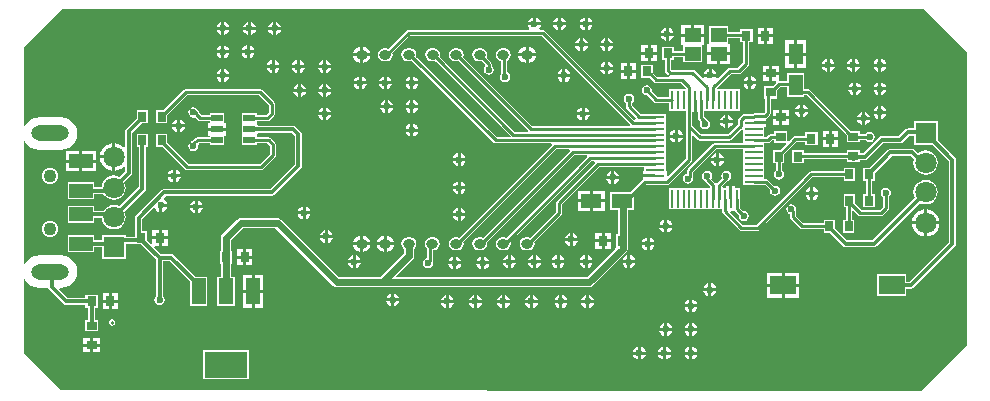
<source format=gtl>
G04*
G04 #@! TF.GenerationSoftware,Altium Limited,Altium Designer,19.1.5 (86)*
G04*
G04 Layer_Physical_Order=1*
G04 Layer_Color=255*
%FSLAX44Y44*%
%MOMM*%
G71*
G01*
G75*
%ADD10C,0.2500*%
%ADD16R,1.4000X1.2000*%
%ADD18R,2.0000X1.2000*%
%ADD19R,2.1800X1.6000*%
%ADD20R,1.0000X0.6000*%
%ADD21O,1.0000X0.8000*%
%ADD22R,1.2300X1.8000*%
%ADD26R,1.8000X1.2300*%
%ADD27R,0.2800X1.5600*%
%ADD28R,1.5600X0.2800*%
%ADD29R,1.2192X2.2352*%
%ADD30R,3.6000X2.2000*%
%ADD44C,1.1000*%
%ADD45O,3.2000X1.3000*%
%ADD49R,0.8000X0.8500*%
%ADD50R,0.8500X0.8000*%
%ADD51R,0.8500X0.7000*%
%ADD52R,0.7000X0.8500*%
%ADD53C,0.6000*%
%ADD54C,0.3500*%
%ADD55C,0.2800*%
%ADD56R,1.8000X1.8000*%
%ADD57C,1.8000*%
%ADD58C,0.6000*%
G36*
X805000Y292500D02*
Y43750D01*
X766250Y5000D01*
X765000D01*
X37500Y6250D01*
X6250Y37500D01*
Y99843D01*
X7520Y100095D01*
X7739Y99566D01*
X9943Y96693D01*
X12816Y94489D01*
X16161Y93104D01*
X19750Y92631D01*
X27164D01*
X27174Y92579D01*
X27837Y91587D01*
X40337Y79087D01*
X41329Y78424D01*
X42500Y78191D01*
X42500Y78191D01*
X58500D01*
Y75750D01*
X60691D01*
Y65500D01*
X58250D01*
Y56000D01*
X69250D01*
Y65500D01*
X66809D01*
Y75750D01*
X69000D01*
Y86750D01*
X58500D01*
Y84309D01*
X43767D01*
X36618Y91458D01*
X37104Y92631D01*
X37750D01*
X41340Y93104D01*
X44684Y94489D01*
X47557Y96693D01*
X49761Y99566D01*
X51146Y102910D01*
X51619Y106500D01*
X51146Y110090D01*
X49761Y113434D01*
X47557Y116307D01*
X44684Y118511D01*
X41340Y119896D01*
X37750Y120369D01*
X19750D01*
X16161Y119896D01*
X12816Y118511D01*
X9943Y116307D01*
X7739Y113434D01*
X7520Y112905D01*
X6250Y113157D01*
Y216843D01*
X7520Y217095D01*
X7739Y216566D01*
X9943Y213693D01*
X12816Y211489D01*
X16161Y210104D01*
X19750Y209631D01*
X37750D01*
X41340Y210104D01*
X44684Y211489D01*
X47557Y213693D01*
X49761Y216566D01*
X51146Y219911D01*
X51619Y223500D01*
X51146Y227090D01*
X49761Y230434D01*
X47557Y233307D01*
X44684Y235511D01*
X41340Y236896D01*
X37750Y237369D01*
X19750D01*
X16161Y236896D01*
X12816Y235511D01*
X9943Y233307D01*
X7739Y230434D01*
X7520Y229905D01*
X6250Y230157D01*
Y296250D01*
X38750Y328750D01*
X768750D01*
X805000Y292500D01*
D02*
G37*
%LPC*%
G36*
X483770Y321646D02*
Y317520D01*
X487896D01*
X487719Y318412D01*
X486494Y320244D01*
X484662Y321469D01*
X483770Y321646D01*
D02*
G37*
G36*
X481230D02*
X480338Y321469D01*
X478506Y320244D01*
X477281Y318412D01*
X477104Y317520D01*
X481230D01*
Y321646D01*
D02*
G37*
G36*
X461270D02*
Y317520D01*
X465396D01*
X465219Y318412D01*
X463994Y320244D01*
X462162Y321469D01*
X461270Y321646D01*
D02*
G37*
G36*
X458730D02*
X457838Y321469D01*
X456006Y320244D01*
X454781Y318412D01*
X454604Y317520D01*
X458730D01*
Y321646D01*
D02*
G37*
G36*
X440020D02*
Y317520D01*
X444146D01*
X443969Y318412D01*
X442744Y320244D01*
X440912Y321469D01*
X440020Y321646D01*
D02*
G37*
G36*
X437480D02*
X436588Y321469D01*
X434756Y320244D01*
X433531Y318412D01*
X433354Y317520D01*
X437480D01*
Y321646D01*
D02*
G37*
G36*
X220020Y317896D02*
Y313770D01*
X224146D01*
X223969Y314662D01*
X222744Y316494D01*
X220912Y317719D01*
X220020Y317896D01*
D02*
G37*
G36*
X217480D02*
X216588Y317719D01*
X214756Y316494D01*
X213531Y314662D01*
X213354Y313770D01*
X217480D01*
Y317896D01*
D02*
G37*
G36*
X198770D02*
Y313770D01*
X202896D01*
X202719Y314662D01*
X201494Y316494D01*
X199662Y317719D01*
X198770Y317896D01*
D02*
G37*
G36*
X196230D02*
X195338Y317719D01*
X193506Y316494D01*
X192281Y314662D01*
X192104Y313770D01*
X196230D01*
Y317896D01*
D02*
G37*
G36*
X176270D02*
Y313770D01*
X180396D01*
X180219Y314662D01*
X178994Y316494D01*
X177162Y317719D01*
X176270Y317896D01*
D02*
G37*
G36*
X173730D02*
X172838Y317719D01*
X171006Y316494D01*
X169781Y314662D01*
X169604Y313770D01*
X173730D01*
Y317896D01*
D02*
G37*
G36*
X487896Y314980D02*
X483770D01*
Y310854D01*
X484662Y311031D01*
X486494Y312256D01*
X487719Y314088D01*
X487896Y314980D01*
D02*
G37*
G36*
X481230D02*
X477104D01*
X477281Y314088D01*
X478506Y312256D01*
X480338Y311031D01*
X481230Y310854D01*
Y314980D01*
D02*
G37*
G36*
X465396D02*
X461270D01*
Y310854D01*
X462162Y311031D01*
X463994Y312256D01*
X465219Y314088D01*
X465396Y314980D01*
D02*
G37*
G36*
X458730D02*
X454604D01*
X454781Y314088D01*
X456006Y312256D01*
X457838Y311031D01*
X458730Y310854D01*
Y314980D01*
D02*
G37*
G36*
X552520Y312896D02*
Y308770D01*
X556646D01*
X556469Y309662D01*
X555244Y311494D01*
X553412Y312719D01*
X552520Y312896D01*
D02*
G37*
G36*
X549980D02*
X549088Y312719D01*
X547256Y311494D01*
X546031Y309662D01*
X545854Y308770D01*
X549980D01*
Y312896D01*
D02*
G37*
G36*
X582290Y315290D02*
X574020D01*
Y308020D01*
X582290D01*
Y315290D01*
D02*
G37*
G36*
X571480D02*
X563210D01*
Y308020D01*
X571480D01*
Y315290D01*
D02*
G37*
G36*
X640790Y313040D02*
X635520D01*
Y307520D01*
X640790D01*
Y313040D01*
D02*
G37*
G36*
X632980D02*
X627710D01*
Y307520D01*
X632980D01*
Y313040D01*
D02*
G37*
G36*
X224146Y311230D02*
X220020D01*
Y307104D01*
X220912Y307281D01*
X222744Y308506D01*
X223969Y310338D01*
X224146Y311230D01*
D02*
G37*
G36*
X217480D02*
X213354D01*
X213531Y310338D01*
X214756Y308506D01*
X216588Y307281D01*
X217480Y307104D01*
Y311230D01*
D02*
G37*
G36*
X202896D02*
X198770D01*
Y307104D01*
X199662Y307281D01*
X201494Y308506D01*
X202719Y310338D01*
X202896Y311230D01*
D02*
G37*
G36*
X196230D02*
X192104D01*
X192281Y310338D01*
X193506Y308506D01*
X195338Y307281D01*
X196230Y307104D01*
Y311230D01*
D02*
G37*
G36*
X180396D02*
X176270D01*
Y307104D01*
X177162Y307281D01*
X178994Y308506D01*
X180219Y310338D01*
X180396Y311230D01*
D02*
G37*
G36*
X173730D02*
X169604D01*
X169781Y310338D01*
X171006Y308506D01*
X172838Y307281D01*
X173730Y307104D01*
Y311230D01*
D02*
G37*
G36*
X556646Y306230D02*
X552520D01*
Y302104D01*
X553412Y302281D01*
X555244Y303506D01*
X556469Y305338D01*
X556646Y306230D01*
D02*
G37*
G36*
X549980D02*
X545854D01*
X546031Y305338D01*
X547256Y303506D01*
X549088Y302281D01*
X549980Y302104D01*
Y306230D01*
D02*
G37*
G36*
X501270Y304146D02*
Y300020D01*
X505396D01*
X505219Y300912D01*
X503994Y302744D01*
X502162Y303969D01*
X501270Y304146D01*
D02*
G37*
G36*
X498730D02*
X497838Y303969D01*
X496006Y302744D01*
X494781Y300912D01*
X494604Y300020D01*
X498730D01*
Y304146D01*
D02*
G37*
G36*
X480020D02*
Y300020D01*
X484146D01*
X483969Y300912D01*
X482744Y302744D01*
X480912Y303969D01*
X480020Y304146D01*
D02*
G37*
G36*
X477480D02*
X476588Y303969D01*
X474756Y302744D01*
X473531Y300912D01*
X473354Y300020D01*
X477480D01*
Y304146D01*
D02*
G37*
G36*
X640790Y304980D02*
X635520D01*
Y299460D01*
X640790D01*
Y304980D01*
D02*
G37*
G36*
X632980D02*
X627710D01*
Y299460D01*
X632980D01*
Y304980D01*
D02*
G37*
G36*
X197520Y297896D02*
Y293770D01*
X201646D01*
X201469Y294662D01*
X200244Y296494D01*
X198412Y297719D01*
X197520Y297896D01*
D02*
G37*
G36*
X194980D02*
X194088Y297719D01*
X192256Y296494D01*
X191031Y294662D01*
X190854Y293770D01*
X194980D01*
Y297896D01*
D02*
G37*
G36*
X176270D02*
Y293770D01*
X180396D01*
X180219Y294662D01*
X178994Y296494D01*
X177162Y297719D01*
X176270Y297896D01*
D02*
G37*
G36*
X173730D02*
X172838Y297719D01*
X171006Y296494D01*
X169781Y294662D01*
X169604Y293770D01*
X173730D01*
Y297896D01*
D02*
G37*
G36*
X505396Y297480D02*
X501270D01*
Y293354D01*
X502162Y293531D01*
X503994Y294756D01*
X505219Y296588D01*
X505396Y297480D01*
D02*
G37*
G36*
X498730D02*
X494604D01*
X494781Y296588D01*
X496006Y294756D01*
X497838Y293531D01*
X498730Y293354D01*
Y297480D01*
D02*
G37*
G36*
X484146D02*
X480020D01*
Y293354D01*
X480912Y293531D01*
X482744Y294756D01*
X483969Y296588D01*
X484146Y297480D01*
D02*
G37*
G36*
X477480D02*
X473354D01*
X473531Y296588D01*
X474756Y294756D01*
X476588Y293531D01*
X477480Y293354D01*
Y297480D01*
D02*
G37*
G36*
X542490Y298040D02*
X537220D01*
Y292520D01*
X542490D01*
Y298040D01*
D02*
G37*
G36*
X534680D02*
X529410D01*
Y292520D01*
X534680D01*
Y298040D01*
D02*
G37*
G36*
X668690Y302140D02*
X661270D01*
Y291870D01*
X668690D01*
Y302140D01*
D02*
G37*
G36*
X658730D02*
X651310D01*
Y291870D01*
X658730D01*
Y302140D01*
D02*
G37*
G36*
X433770Y296561D02*
Y291270D01*
X439929D01*
X439872Y291707D01*
X439213Y293298D01*
X438164Y294664D01*
X436798Y295713D01*
X435207Y296372D01*
X433770Y296561D01*
D02*
G37*
G36*
X293770Y296561D02*
Y291270D01*
X299929D01*
X299872Y291707D01*
X299213Y293298D01*
X298164Y294664D01*
X296798Y295713D01*
X295207Y296372D01*
X293770Y296561D01*
D02*
G37*
G36*
X291230D02*
X289793Y296372D01*
X288202Y295713D01*
X286836Y294664D01*
X285787Y293298D01*
X285128Y291707D01*
X285071Y291270D01*
X291230D01*
Y296561D01*
D02*
G37*
G36*
X431230D02*
X429793Y296372D01*
X428202Y295713D01*
X426836Y294664D01*
X425787Y293298D01*
X425128Y291707D01*
X425071Y291270D01*
X431230D01*
Y296561D01*
D02*
G37*
G36*
X201646Y291230D02*
X197520D01*
Y287104D01*
X198412Y287281D01*
X200244Y288506D01*
X201469Y290338D01*
X201646Y291230D01*
D02*
G37*
G36*
X194980D02*
X190854D01*
X191031Y290338D01*
X192256Y288506D01*
X194088Y287281D01*
X194980Y287104D01*
Y291230D01*
D02*
G37*
G36*
X180396D02*
X176270D01*
Y287104D01*
X177162Y287281D01*
X178994Y288506D01*
X180219Y290338D01*
X180396Y291230D01*
D02*
G37*
G36*
X173730D02*
X169604D01*
X169781Y290338D01*
X171006Y288506D01*
X172838Y287281D01*
X173730Y287104D01*
Y291230D01*
D02*
G37*
G36*
X542490Y289980D02*
X537220D01*
Y284460D01*
X542490D01*
Y289980D01*
D02*
G37*
G36*
X534680D02*
X529410D01*
Y284460D01*
X534680D01*
Y289980D01*
D02*
G37*
G36*
X439929Y288730D02*
X433770D01*
Y283439D01*
X435207Y283628D01*
X436798Y284287D01*
X438164Y285336D01*
X439213Y286702D01*
X439872Y288293D01*
X439929Y288730D01*
D02*
G37*
G36*
X299929D02*
X293770D01*
Y283439D01*
X295207Y283628D01*
X296798Y284287D01*
X298164Y285336D01*
X299213Y286702D01*
X299872Y288293D01*
X299929Y288730D01*
D02*
G37*
G36*
X291230D02*
X285071D01*
X285128Y288293D01*
X285787Y286702D01*
X286836Y285336D01*
X288202Y284287D01*
X289793Y283628D01*
X291230Y283439D01*
Y288730D01*
D02*
G37*
G36*
X431230D02*
X425071D01*
X425128Y288293D01*
X425787Y286702D01*
X426836Y285336D01*
X428202Y284287D01*
X429793Y283628D01*
X431230Y283439D01*
Y288730D01*
D02*
G37*
G36*
X732520Y286646D02*
Y282520D01*
X736646D01*
X736469Y283412D01*
X735244Y285244D01*
X733412Y286469D01*
X732520Y286646D01*
D02*
G37*
G36*
X729980D02*
X729088Y286469D01*
X727256Y285244D01*
X726031Y283412D01*
X725854Y282520D01*
X729980D01*
Y286646D01*
D02*
G37*
G36*
X710020D02*
Y282520D01*
X714146D01*
X713969Y283412D01*
X712744Y285244D01*
X710912Y286469D01*
X710020Y286646D01*
D02*
G37*
G36*
X707480D02*
X706588Y286469D01*
X704756Y285244D01*
X703531Y283412D01*
X703354Y282520D01*
X707480D01*
Y286646D01*
D02*
G37*
G36*
X688770D02*
Y282520D01*
X692896D01*
X692719Y283412D01*
X691494Y285244D01*
X689662Y286469D01*
X688770Y286646D01*
D02*
G37*
G36*
X686230D02*
X685338Y286469D01*
X683506Y285244D01*
X682281Y283412D01*
X682104Y282520D01*
X686230D01*
Y286646D01*
D02*
G37*
G36*
X604290Y289480D02*
X596020D01*
Y282210D01*
X604290D01*
Y289480D01*
D02*
G37*
G36*
X593480D02*
X585210D01*
Y282210D01*
X593480D01*
Y289480D01*
D02*
G37*
G36*
X262520Y285396D02*
Y281270D01*
X266646D01*
X266469Y282162D01*
X265244Y283994D01*
X263412Y285219D01*
X262520Y285396D01*
D02*
G37*
G36*
X259980D02*
X259088Y285219D01*
X257256Y283994D01*
X256031Y282162D01*
X255854Y281270D01*
X259980D01*
Y285396D01*
D02*
G37*
G36*
X240020D02*
Y281270D01*
X244146D01*
X243969Y282162D01*
X242744Y283994D01*
X240912Y285219D01*
X240020Y285396D01*
D02*
G37*
G36*
X237480D02*
X236588Y285219D01*
X234756Y283994D01*
X233531Y282162D01*
X233354Y281270D01*
X237480D01*
Y285396D01*
D02*
G37*
G36*
X218770D02*
Y281270D01*
X222896D01*
X222719Y282162D01*
X221494Y283994D01*
X219662Y285219D01*
X218770Y285396D01*
D02*
G37*
G36*
X216230D02*
X215338Y285219D01*
X213506Y283994D01*
X212281Y282162D01*
X212104Y281270D01*
X216230D01*
Y285396D01*
D02*
G37*
G36*
X501270Y284146D02*
Y280020D01*
X505396D01*
X505219Y280912D01*
X503994Y282744D01*
X502162Y283969D01*
X501270Y284146D01*
D02*
G37*
G36*
X498730D02*
X497838Y283969D01*
X496006Y282744D01*
X494781Y280912D01*
X494604Y280020D01*
X498730D01*
Y284146D01*
D02*
G37*
G36*
X668690Y289330D02*
X661270D01*
Y279060D01*
X668690D01*
Y289330D01*
D02*
G37*
G36*
X658730D02*
X651310D01*
Y279060D01*
X658730D01*
Y289330D01*
D02*
G37*
G36*
X524790Y283040D02*
X519520D01*
Y277520D01*
X524790D01*
Y283040D01*
D02*
G37*
G36*
X516980D02*
X511710D01*
Y277520D01*
X516980D01*
Y283040D01*
D02*
G37*
G36*
X736646Y279980D02*
X732520D01*
Y275854D01*
X733412Y276031D01*
X735244Y277256D01*
X736469Y279088D01*
X736646Y279980D01*
D02*
G37*
G36*
X729980D02*
X725854D01*
X726031Y279088D01*
X727256Y277256D01*
X729088Y276031D01*
X729980Y275854D01*
Y279980D01*
D02*
G37*
G36*
X714146D02*
X710020D01*
Y275854D01*
X710912Y276031D01*
X712744Y277256D01*
X713969Y279088D01*
X714146Y279980D01*
D02*
G37*
G36*
X707480D02*
X703354D01*
X703531Y279088D01*
X704756Y277256D01*
X706588Y276031D01*
X707480Y275854D01*
Y279980D01*
D02*
G37*
G36*
X692896D02*
X688770D01*
Y275854D01*
X689662Y276031D01*
X691494Y277256D01*
X692719Y279088D01*
X692896Y279980D01*
D02*
G37*
G36*
X686230D02*
X682104D01*
X682281Y279088D01*
X683506Y277256D01*
X685338Y276031D01*
X686230Y275854D01*
Y279980D01*
D02*
G37*
G36*
X645540Y280790D02*
X640020D01*
Y275520D01*
X645540D01*
Y280790D01*
D02*
G37*
G36*
X637480D02*
X631960D01*
Y275520D01*
X637480D01*
Y280790D01*
D02*
G37*
G36*
X266646Y278730D02*
X262520D01*
Y274604D01*
X263412Y274781D01*
X265244Y276006D01*
X266469Y277838D01*
X266646Y278730D01*
D02*
G37*
G36*
X259980D02*
X255854D01*
X256031Y277838D01*
X257256Y276006D01*
X259088Y274781D01*
X259980Y274604D01*
Y278730D01*
D02*
G37*
G36*
X244146D02*
X240020D01*
Y274604D01*
X240912Y274781D01*
X242744Y276006D01*
X243969Y277838D01*
X244146Y278730D01*
D02*
G37*
G36*
X237480D02*
X233354D01*
X233531Y277838D01*
X234756Y276006D01*
X236588Y274781D01*
X237480Y274604D01*
Y278730D01*
D02*
G37*
G36*
X222896D02*
X218770D01*
Y274604D01*
X219662Y274781D01*
X221494Y276006D01*
X222719Y277838D01*
X222896Y278730D01*
D02*
G37*
G36*
X216230D02*
X212104D01*
X212281Y277838D01*
X213506Y276006D01*
X215338Y274781D01*
X216230Y274604D01*
Y278730D01*
D02*
G37*
G36*
X588770Y277896D02*
Y273770D01*
X592896D01*
X592719Y274662D01*
X591494Y276494D01*
X589662Y277719D01*
X588770Y277896D01*
D02*
G37*
G36*
X586230D02*
X585338Y277719D01*
X583506Y276494D01*
X582281Y274662D01*
X582104Y273770D01*
X586230D01*
Y277896D01*
D02*
G37*
G36*
X465020D02*
Y273770D01*
X469146D01*
X468969Y274662D01*
X467744Y276494D01*
X465912Y277719D01*
X465020Y277896D01*
D02*
G37*
G36*
X462480D02*
X461588Y277719D01*
X459756Y276494D01*
X458531Y274662D01*
X458354Y273770D01*
X462480D01*
Y277896D01*
D02*
G37*
G36*
X176270D02*
Y273770D01*
X180396D01*
X180219Y274662D01*
X178994Y276494D01*
X177162Y277719D01*
X176270Y277896D01*
D02*
G37*
G36*
X173730D02*
X172838Y277719D01*
X171006Y276494D01*
X169781Y274662D01*
X169604Y273770D01*
X173730D01*
Y277896D01*
D02*
G37*
G36*
X505396Y277480D02*
X501270D01*
Y273354D01*
X502162Y273531D01*
X503994Y274756D01*
X505219Y276588D01*
X505396Y277480D01*
D02*
G37*
G36*
X498730D02*
X494604D01*
X494781Y276588D01*
X496006Y274756D01*
X497838Y273531D01*
X498730Y273354D01*
Y277480D01*
D02*
G37*
G36*
X393500Y295353D02*
X391500D01*
X389451Y294945D01*
X387715Y293785D01*
X386555Y292048D01*
X386147Y290000D01*
X386555Y287952D01*
X387715Y286215D01*
X389451Y285055D01*
X391500Y284647D01*
X393500D01*
X393784Y284704D01*
X396613Y281875D01*
X396936Y280564D01*
X395997Y279158D01*
X395667Y277500D01*
X395997Y275842D01*
X396936Y274436D01*
X398342Y273497D01*
X400000Y273167D01*
X401658Y273497D01*
X403064Y274436D01*
X404003Y275842D01*
X404333Y277500D01*
X404003Y279158D01*
X403064Y280564D01*
X402549Y280908D01*
Y282093D01*
X402355Y283068D01*
X401802Y283895D01*
X398165Y287532D01*
X398445Y287952D01*
X398853Y290000D01*
X398445Y292048D01*
X397285Y293785D01*
X395548Y294945D01*
X393500Y295353D01*
D02*
G37*
G36*
X524790Y274980D02*
X519520D01*
Y269460D01*
X524790D01*
Y274980D01*
D02*
G37*
G36*
X516980D02*
X511710D01*
Y269460D01*
X516980D01*
Y274980D01*
D02*
G37*
G36*
X637480Y272980D02*
X631960D01*
Y267710D01*
X637480D01*
Y272980D01*
D02*
G37*
G36*
X622520Y271646D02*
Y267520D01*
X626646D01*
X626469Y268412D01*
X625244Y270244D01*
X623412Y271469D01*
X622520Y271646D01*
D02*
G37*
G36*
X619980D02*
X619088Y271469D01*
X617256Y270244D01*
X616031Y268412D01*
X615854Y267520D01*
X619980D01*
Y271646D01*
D02*
G37*
G36*
X336270Y271646D02*
Y267520D01*
X340396D01*
X340219Y268412D01*
X338994Y270244D01*
X337162Y271469D01*
X336270Y271646D01*
D02*
G37*
G36*
X333730D02*
X332838Y271469D01*
X331006Y270244D01*
X329781Y268412D01*
X329604Y267520D01*
X333730D01*
Y271646D01*
D02*
G37*
G36*
X313770D02*
Y267520D01*
X317896D01*
X317719Y268412D01*
X316494Y270244D01*
X314662Y271469D01*
X313770Y271646D01*
D02*
G37*
G36*
X311230D02*
X310338Y271469D01*
X308506Y270244D01*
X307281Y268412D01*
X307104Y267520D01*
X311230D01*
Y271646D01*
D02*
G37*
G36*
X292520D02*
Y267520D01*
X296646D01*
X296469Y268412D01*
X295244Y270244D01*
X293412Y271469D01*
X292520Y271646D01*
D02*
G37*
G36*
X289980D02*
X289088Y271469D01*
X287256Y270244D01*
X286031Y268412D01*
X285854Y267520D01*
X289980D01*
Y271646D01*
D02*
G37*
G36*
X469146Y271230D02*
X465020D01*
Y267104D01*
X465912Y267281D01*
X467744Y268506D01*
X468969Y270338D01*
X469146Y271230D01*
D02*
G37*
G36*
X462480D02*
X458354D01*
X458531Y270338D01*
X459756Y268506D01*
X461588Y267281D01*
X462480Y267104D01*
Y271230D01*
D02*
G37*
G36*
X180396D02*
X176270D01*
Y267104D01*
X177162Y267281D01*
X178994Y268506D01*
X180219Y270338D01*
X180396Y271230D01*
D02*
G37*
G36*
X173730D02*
X169604D01*
X169781Y270338D01*
X171006Y268506D01*
X172838Y267281D01*
X173730Y267104D01*
Y271230D01*
D02*
G37*
G36*
X413500Y295353D02*
X411500D01*
X409452Y294945D01*
X407715Y293785D01*
X406555Y292048D01*
X406147Y290000D01*
X406555Y287952D01*
X407715Y286215D01*
X409452Y285055D01*
X410576Y284831D01*
Y274150D01*
X409747Y272908D01*
X409417Y271250D01*
X409747Y269592D01*
X410686Y268186D01*
X412092Y267246D01*
X413750Y266917D01*
X415408Y267246D01*
X416814Y268186D01*
X417753Y269592D01*
X418083Y271250D01*
X417753Y272908D01*
X416814Y274314D01*
X415674Y275076D01*
Y285138D01*
X417285Y286215D01*
X418445Y287952D01*
X418853Y290000D01*
X418445Y292048D01*
X417285Y293785D01*
X415548Y294945D01*
X413500Y295353D01*
D02*
G37*
G36*
X732520Y266646D02*
Y262520D01*
X736646D01*
X736469Y263412D01*
X735244Y265244D01*
X733412Y266469D01*
X732520Y266646D01*
D02*
G37*
G36*
X729980D02*
X729088Y266469D01*
X727256Y265244D01*
X726031Y263412D01*
X725854Y262520D01*
X729980D01*
Y266646D01*
D02*
G37*
G36*
X711270D02*
Y262520D01*
X715396D01*
X715219Y263412D01*
X713994Y265244D01*
X712162Y266469D01*
X711270Y266646D01*
D02*
G37*
G36*
X708730D02*
X707838Y266469D01*
X706006Y265244D01*
X704781Y263412D01*
X704604Y262520D01*
X708730D01*
Y266646D01*
D02*
G37*
G36*
X262520Y265396D02*
Y261270D01*
X266646D01*
X266469Y262162D01*
X265244Y263994D01*
X263412Y265219D01*
X262520Y265396D01*
D02*
G37*
G36*
X259980D02*
X259088Y265219D01*
X257256Y263994D01*
X256031Y262162D01*
X255854Y261270D01*
X259980D01*
Y265396D01*
D02*
G37*
G36*
X241270D02*
Y261270D01*
X245396D01*
X245219Y262162D01*
X243994Y263994D01*
X242162Y265219D01*
X241270Y265396D01*
D02*
G37*
G36*
X238730D02*
X237838Y265219D01*
X236006Y263994D01*
X234781Y262162D01*
X234604Y261270D01*
X238730D01*
Y265396D01*
D02*
G37*
G36*
X626646Y264980D02*
X622520D01*
Y260854D01*
X623412Y261031D01*
X625244Y262256D01*
X626469Y264088D01*
X626646Y264980D01*
D02*
G37*
G36*
X619980D02*
X615854D01*
X616031Y264088D01*
X617256Y262256D01*
X619088Y261031D01*
X619980Y260854D01*
Y264980D01*
D02*
G37*
G36*
X340396Y264980D02*
X336270D01*
Y260854D01*
X337162Y261031D01*
X338994Y262256D01*
X340219Y264088D01*
X340396Y264980D01*
D02*
G37*
G36*
X333730D02*
X329604D01*
X329781Y264088D01*
X331006Y262256D01*
X332838Y261031D01*
X333730Y260854D01*
Y264980D01*
D02*
G37*
G36*
X317896D02*
X313770D01*
Y260854D01*
X314662Y261031D01*
X316494Y262256D01*
X317719Y264088D01*
X317896Y264980D01*
D02*
G37*
G36*
X311230D02*
X307104D01*
X307281Y264088D01*
X308506Y262256D01*
X310338Y261031D01*
X311230Y260854D01*
Y264980D01*
D02*
G37*
G36*
X296646D02*
X292520D01*
Y260854D01*
X293412Y261031D01*
X295244Y262256D01*
X296469Y264088D01*
X296646Y264980D01*
D02*
G37*
G36*
X289980D02*
X285854D01*
X286031Y264088D01*
X287256Y262256D01*
X289088Y261031D01*
X289980Y260854D01*
Y264980D01*
D02*
G37*
G36*
X736646Y259980D02*
X732520D01*
Y255854D01*
X733412Y256031D01*
X735244Y257256D01*
X736469Y259088D01*
X736646Y259980D01*
D02*
G37*
G36*
X729980D02*
X725854D01*
X726031Y259088D01*
X727256Y257256D01*
X729088Y256031D01*
X729980Y255854D01*
Y259980D01*
D02*
G37*
G36*
X715396D02*
X711270D01*
Y255854D01*
X712162Y256031D01*
X713994Y257256D01*
X715219Y259088D01*
X715396Y259980D01*
D02*
G37*
G36*
X708730D02*
X704604D01*
X704781Y259088D01*
X706006Y257256D01*
X707838Y256031D01*
X708730Y255854D01*
Y259980D01*
D02*
G37*
G36*
X266646Y258730D02*
X262520D01*
Y254604D01*
X263412Y254781D01*
X265244Y256006D01*
X266469Y257838D01*
X266646Y258730D01*
D02*
G37*
G36*
X259980D02*
X255854D01*
X256031Y257838D01*
X257256Y256006D01*
X259088Y254781D01*
X259980Y254604D01*
Y258730D01*
D02*
G37*
G36*
X245396D02*
X241270D01*
Y254604D01*
X242162Y254781D01*
X243994Y256006D01*
X245219Y257838D01*
X245396Y258730D01*
D02*
G37*
G36*
X238730D02*
X234604D01*
X234781Y257838D01*
X236006Y256006D01*
X237838Y254781D01*
X238730Y254604D01*
Y258730D01*
D02*
G37*
G36*
X336270Y251646D02*
Y247520D01*
X340396D01*
X340219Y248412D01*
X338994Y250244D01*
X337162Y251469D01*
X336270Y251646D01*
D02*
G37*
G36*
X333730D02*
X332838Y251469D01*
X331006Y250244D01*
X329781Y248412D01*
X329604Y247520D01*
X333730D01*
Y251646D01*
D02*
G37*
G36*
X315020D02*
Y247520D01*
X319146D01*
X318969Y248412D01*
X317744Y250244D01*
X315912Y251469D01*
X315020Y251646D01*
D02*
G37*
G36*
X312480D02*
X311588Y251469D01*
X309756Y250244D01*
X308531Y248412D01*
X308354Y247520D01*
X312480D01*
Y251646D01*
D02*
G37*
G36*
X666270Y247896D02*
Y243770D01*
X670396D01*
X670219Y244662D01*
X668994Y246494D01*
X667162Y247719D01*
X666270Y247896D01*
D02*
G37*
G36*
X663730D02*
X662838Y247719D01*
X661006Y246494D01*
X659781Y244662D01*
X659604Y243770D01*
X663730D01*
Y247896D01*
D02*
G37*
G36*
X732520Y246646D02*
Y242520D01*
X736646D01*
X736469Y243412D01*
X735244Y245244D01*
X733412Y246469D01*
X732520Y246646D01*
D02*
G37*
G36*
X729980D02*
X729088Y246469D01*
X727256Y245244D01*
X726031Y243412D01*
X725854Y242520D01*
X729980D01*
Y246646D01*
D02*
G37*
G36*
X481270Y245396D02*
Y241270D01*
X485396D01*
X485219Y242162D01*
X483994Y243994D01*
X482162Y245219D01*
X481270Y245396D01*
D02*
G37*
G36*
X478730D02*
X477838Y245219D01*
X476006Y243994D01*
X474781Y242162D01*
X474604Y241270D01*
X478730D01*
Y245396D01*
D02*
G37*
G36*
X262520D02*
Y241270D01*
X266646D01*
X266469Y242162D01*
X265244Y243994D01*
X263412Y245219D01*
X262520Y245396D01*
D02*
G37*
G36*
X259980D02*
X259088Y245219D01*
X257256Y243994D01*
X256031Y242162D01*
X255854Y241270D01*
X259980D01*
Y245396D01*
D02*
G37*
G36*
X340396Y244980D02*
X336270D01*
Y240854D01*
X337162Y241031D01*
X338994Y242256D01*
X340219Y244088D01*
X340396Y244980D01*
D02*
G37*
G36*
X333730D02*
X329604D01*
X329781Y244088D01*
X331006Y242256D01*
X332838Y241031D01*
X333730Y240854D01*
Y244980D01*
D02*
G37*
G36*
X319146D02*
X315020D01*
Y240854D01*
X315912Y241031D01*
X317744Y242256D01*
X318969Y244088D01*
X319146Y244980D01*
D02*
G37*
G36*
X312480D02*
X308354D01*
X308531Y244088D01*
X309756Y242256D01*
X311588Y241031D01*
X312480Y240854D01*
Y244980D01*
D02*
G37*
G36*
X206250Y261299D02*
X143750D01*
X142775Y261105D01*
X141948Y260552D01*
X124395Y243000D01*
X118500D01*
Y232000D01*
X128000D01*
Y239395D01*
X144806Y256201D01*
X205194D01*
X213701Y247694D01*
Y241070D01*
X211679Y239049D01*
X203750D01*
Y240750D01*
X191250D01*
Y232520D01*
X191250Y232250D01*
Y231250D01*
X191250Y230980D01*
Y223020D01*
X191250Y222750D01*
Y221750D01*
X191250Y221480D01*
Y213250D01*
X203750D01*
Y214951D01*
X212680D01*
X214951Y212680D01*
Y206056D01*
X206444Y197549D01*
X146056D01*
X128000Y215605D01*
Y223000D01*
X118500D01*
Y212000D01*
X124395D01*
X143198Y193198D01*
X144025Y192645D01*
X145000Y192451D01*
X207500D01*
X208475Y192645D01*
X209302Y193198D01*
X219302Y203198D01*
X219855Y204025D01*
X220049Y205000D01*
Y213735D01*
X219855Y214711D01*
X219302Y215538D01*
X215538Y219302D01*
X214711Y219855D01*
X213735Y220049D01*
X203750D01*
Y221480D01*
X203750Y221750D01*
Y222750D01*
X204592Y223941D01*
X233218D01*
X235691Y221468D01*
Y197517D01*
X214983Y176809D01*
X125265D01*
X124094Y176576D01*
X123102Y175913D01*
X123102Y175913D01*
X101587Y154398D01*
X100924Y153406D01*
X100691Y152235D01*
X100691Y152235D01*
Y140500D01*
X100500D01*
Y136059D01*
X92750D01*
Y137750D01*
X72250D01*
Y133059D01*
X66000D01*
Y137250D01*
X43500D01*
Y122750D01*
X66000D01*
Y126941D01*
X72250D01*
Y117250D01*
X92750D01*
Y129941D01*
X100500D01*
Y129500D01*
X105674D01*
X118293Y116882D01*
Y85669D01*
X118287Y85666D01*
X117348Y84260D01*
X117018Y82601D01*
X117348Y80943D01*
X118287Y79537D01*
X119693Y78598D01*
X121351Y78268D01*
X123010Y78598D01*
X124416Y79537D01*
X125355Y80943D01*
X125685Y82601D01*
X125355Y84260D01*
X124416Y85666D01*
X124410Y85669D01*
Y115090D01*
X129789D01*
X147040Y97838D01*
Y77312D01*
X161732D01*
Y102164D01*
X151366D01*
X133218Y120311D01*
X132226Y120974D01*
X131055Y121207D01*
X131055Y121207D01*
X122619D01*
X116789Y127037D01*
X117275Y128210D01*
X120480D01*
Y133730D01*
X115210D01*
Y130275D01*
X114037Y129789D01*
X111000Y132826D01*
Y140500D01*
X106809D01*
Y150968D01*
X116101Y160260D01*
X117559Y159923D01*
X118506Y158506D01*
X120338Y157281D01*
X121230Y157104D01*
Y162500D01*
X122500D01*
Y163770D01*
X127896D01*
X127718Y164662D01*
X126494Y166494D01*
X125077Y167441D01*
X124740Y168899D01*
X126532Y170691D01*
X216250D01*
X216250Y170691D01*
X217421Y170924D01*
X218413Y171587D01*
X240913Y194087D01*
X241576Y195079D01*
X241809Y196250D01*
Y222735D01*
X241809Y222735D01*
X241576Y223906D01*
X240913Y224898D01*
X236648Y229163D01*
X235656Y229826D01*
X234485Y230059D01*
X234485Y230059D01*
X204648D01*
X204457Y230249D01*
X203750Y231250D01*
Y232250D01*
X203750Y232520D01*
Y233951D01*
X212735D01*
X213711Y234145D01*
X214538Y234697D01*
X218052Y238212D01*
X218605Y239039D01*
X218799Y240015D01*
Y248750D01*
X218605Y249725D01*
X218052Y250552D01*
X208052Y260552D01*
X207225Y261105D01*
X206250Y261299D01*
D02*
G37*
G36*
X654290Y243040D02*
X648770D01*
Y238270D01*
X654290D01*
Y243040D01*
D02*
G37*
G36*
X646230D02*
X640710D01*
Y238270D01*
X646230D01*
Y243040D01*
D02*
G37*
G36*
X718770Y241646D02*
Y237520D01*
X722896D01*
X722719Y238412D01*
X721494Y240244D01*
X719662Y241469D01*
X718770Y241646D01*
D02*
G37*
G36*
X716230D02*
X715338Y241469D01*
X713506Y240244D01*
X712281Y238412D01*
X712104Y237520D01*
X716230D01*
Y241646D01*
D02*
G37*
G36*
X670396Y241230D02*
X666270D01*
Y237104D01*
X667162Y237281D01*
X668994Y238506D01*
X670219Y240338D01*
X670396Y241230D01*
D02*
G37*
G36*
X663730D02*
X659604D01*
X659781Y240338D01*
X661006Y238506D01*
X662838Y237281D01*
X663730Y237104D01*
Y241230D01*
D02*
G37*
G36*
X736646Y239980D02*
X732520D01*
Y235854D01*
X733412Y236031D01*
X735244Y237256D01*
X736469Y239088D01*
X736646Y239980D01*
D02*
G37*
G36*
X729980D02*
X725854D01*
X726031Y239088D01*
X727256Y237256D01*
X729088Y236031D01*
X729980Y235854D01*
Y239980D01*
D02*
G37*
G36*
X602520Y239146D02*
Y235020D01*
X606646D01*
X606469Y235912D01*
X605244Y237744D01*
X603412Y238969D01*
X602520Y239146D01*
D02*
G37*
G36*
X599980D02*
X599088Y238969D01*
X597256Y237744D01*
X596031Y235912D01*
X595854Y235020D01*
X599980D01*
Y239146D01*
D02*
G37*
G36*
X485396Y238730D02*
X481270D01*
Y234604D01*
X482162Y234781D01*
X483994Y236006D01*
X485219Y237838D01*
X485396Y238730D01*
D02*
G37*
G36*
X478730D02*
X474604D01*
X474781Y237838D01*
X476006Y236006D01*
X477838Y234781D01*
X478730Y234604D01*
Y238730D01*
D02*
G37*
G36*
X266646D02*
X262520D01*
Y234604D01*
X263412Y234781D01*
X265244Y236006D01*
X266469Y237838D01*
X266646Y238730D01*
D02*
G37*
G36*
X259980D02*
X255854D01*
X256031Y237838D01*
X257256Y236006D01*
X259088Y234781D01*
X259980Y234604D01*
Y238730D01*
D02*
G37*
G36*
X138773Y235403D02*
Y231277D01*
X142899D01*
X142722Y232169D01*
X141497Y234001D01*
X139665Y235226D01*
X138773Y235403D01*
D02*
G37*
G36*
X136233D02*
X135341Y235226D01*
X133509Y234001D01*
X132284Y232169D01*
X132107Y231277D01*
X136233D01*
Y235403D01*
D02*
G37*
G36*
X654290Y235730D02*
X648770D01*
Y230960D01*
X654290D01*
Y235730D01*
D02*
G37*
G36*
X646230D02*
X640710D01*
Y230960D01*
X646230D01*
Y235730D01*
D02*
G37*
G36*
X722896Y234980D02*
X718770D01*
Y230854D01*
X719662Y231031D01*
X721494Y232256D01*
X722719Y234088D01*
X722896Y234980D01*
D02*
G37*
G36*
X716230D02*
X712104D01*
X712281Y234088D01*
X713506Y232256D01*
X715338Y231031D01*
X716230Y230854D01*
Y234980D01*
D02*
G37*
G36*
X444146Y314980D02*
X433354D01*
X433531Y314088D01*
X434547Y312569D01*
X434076Y311299D01*
X332250D01*
X331274Y311105D01*
X330448Y310552D01*
X314958Y295063D01*
X313500Y295353D01*
X311500D01*
X309452Y294945D01*
X307715Y293785D01*
X306555Y292048D01*
X306147Y290000D01*
X306555Y287952D01*
X307715Y286215D01*
X309452Y285055D01*
X311500Y284647D01*
X313500D01*
X315548Y285055D01*
X317285Y286215D01*
X318445Y287952D01*
X318853Y290000D01*
X318563Y291458D01*
X333306Y306201D01*
X445194D01*
X520076Y231319D01*
X519550Y230049D01*
X437056D01*
X378563Y288542D01*
X378853Y290000D01*
X378445Y292048D01*
X377285Y293785D01*
X375548Y294945D01*
X373500Y295353D01*
X371500D01*
X369451Y294945D01*
X367715Y293785D01*
X366555Y292048D01*
X366147Y290000D01*
X366555Y287952D01*
X367715Y286215D01*
X369451Y285055D01*
X371500Y284647D01*
X373500D01*
X374958Y284937D01*
X433576Y226319D01*
X433050Y225049D01*
X422056D01*
X358563Y288542D01*
X358853Y290000D01*
X358445Y292048D01*
X357285Y293785D01*
X355548Y294945D01*
X353500Y295353D01*
X351500D01*
X349451Y294945D01*
X347715Y293785D01*
X346555Y292048D01*
X346147Y290000D01*
X346555Y287952D01*
X347715Y286215D01*
X349451Y285055D01*
X351500Y284647D01*
X353500D01*
X354958Y284937D01*
X418576Y221319D01*
X418050Y220049D01*
X407056D01*
X338563Y288542D01*
X338853Y290000D01*
X338445Y292048D01*
X337285Y293785D01*
X335548Y294945D01*
X333500Y295353D01*
X331500D01*
X329451Y294945D01*
X327715Y293785D01*
X326555Y292048D01*
X326147Y290000D01*
X326555Y287952D01*
X327715Y286215D01*
X329451Y285055D01*
X331500Y284647D01*
X333500D01*
X334958Y284937D01*
X404198Y215698D01*
X405024Y215145D01*
X406000Y214951D01*
X453050D01*
X453576Y213681D01*
X374958Y135063D01*
X373500Y135353D01*
X371500D01*
X369451Y134945D01*
X367715Y133785D01*
X366555Y132048D01*
X366147Y130000D01*
X366555Y127951D01*
X367715Y126215D01*
X369451Y125055D01*
X371500Y124647D01*
X373500D01*
X375548Y125055D01*
X377285Y126215D01*
X378445Y127951D01*
X378853Y130000D01*
X378563Y131458D01*
X457056Y209951D01*
X468050D01*
X468576Y208681D01*
X394958Y135063D01*
X393500Y135353D01*
X391500D01*
X389451Y134945D01*
X387715Y133785D01*
X386555Y132048D01*
X386147Y130000D01*
X386555Y127951D01*
X387715Y126215D01*
X389451Y125055D01*
X391500Y124647D01*
X393500D01*
X395548Y125055D01*
X397285Y126215D01*
X398445Y127951D01*
X398853Y130000D01*
X398563Y131458D01*
X472056Y204951D01*
X483050D01*
X483576Y203681D01*
X414958Y135063D01*
X413500Y135353D01*
X411500D01*
X409452Y134945D01*
X407715Y133785D01*
X406555Y132048D01*
X406147Y130000D01*
X406555Y127951D01*
X407715Y126215D01*
X409452Y125055D01*
X411500Y124647D01*
X413500D01*
X415548Y125055D01*
X417285Y126215D01*
X418445Y127951D01*
X418853Y130000D01*
X418563Y131458D01*
X487056Y199951D01*
X489550D01*
X490076Y198681D01*
X457945Y166550D01*
X457393Y165723D01*
X457198Y164747D01*
Y157303D01*
X434958Y135063D01*
X433500Y135353D01*
X431500D01*
X429451Y134945D01*
X427715Y133785D01*
X426555Y132048D01*
X426147Y130000D01*
X426555Y127951D01*
X427715Y126215D01*
X429451Y125055D01*
X431500Y124647D01*
X433500D01*
X435548Y125055D01*
X437285Y126215D01*
X438445Y127951D01*
X438853Y130000D01*
X438563Y131458D01*
X461550Y154445D01*
X462102Y155272D01*
X462296Y156248D01*
Y163692D01*
X493556Y194951D01*
X531650D01*
Y191440D01*
X530360D01*
Y188770D01*
X540700D01*
Y186230D01*
X530360D01*
Y184265D01*
X519745Y173650D01*
X502850D01*
Y158850D01*
X509125D01*
Y138000D01*
X507750D01*
Y127000D01*
X507750Y127000D01*
X507750D01*
X507282Y125910D01*
X483205Y101833D01*
X322121D01*
X321635Y103007D01*
X335564Y116936D01*
X336503Y118342D01*
X336833Y120000D01*
Y125913D01*
X337285Y126215D01*
X338445Y127951D01*
X338853Y130000D01*
X338445Y132048D01*
X337285Y133785D01*
X335548Y134945D01*
X333500Y135353D01*
X331500D01*
X329451Y134945D01*
X327715Y133785D01*
X326555Y132048D01*
X326147Y130000D01*
X326555Y127951D01*
X327715Y126215D01*
X328167Y125913D01*
Y121795D01*
X308205Y101833D01*
X273045D01*
X224314Y150564D01*
X222908Y151503D01*
X221250Y151833D01*
X190000D01*
X188342Y151503D01*
X186936Y150564D01*
X174436Y138064D01*
X173497Y136658D01*
X173167Y135000D01*
Y124250D01*
X172250D01*
Y113250D01*
X173167D01*
Y102164D01*
X170154D01*
Y77312D01*
X184846D01*
Y102164D01*
X181833D01*
Y113250D01*
X182750D01*
Y124250D01*
X181833D01*
Y133205D01*
X191795Y143167D01*
X219455D01*
X268186Y94436D01*
X269592Y93497D01*
X271250Y93167D01*
X485000D01*
X486658Y93497D01*
X488064Y94436D01*
X516522Y122894D01*
X517461Y124299D01*
X517791Y125958D01*
Y127000D01*
X518250D01*
Y138000D01*
X517791D01*
Y158850D01*
X523350D01*
Y170045D01*
X533155Y179850D01*
X549750D01*
Y179951D01*
X551250D01*
X552225Y180145D01*
X553052Y180698D01*
X571802Y199448D01*
X572355Y200275D01*
X572549Y201250D01*
Y220937D01*
X573722Y221423D01*
X576948Y218198D01*
X577775Y217645D01*
X578750Y217451D01*
X603852D01*
X604828Y217645D01*
X605655Y218198D01*
X614077Y226619D01*
X615250Y226133D01*
Y215049D01*
X591250D01*
X590275Y214855D01*
X589448Y214302D01*
X568558Y193413D01*
X568005Y192586D01*
X567811Y191610D01*
Y189444D01*
X566942Y189271D01*
X565536Y188332D01*
X564597Y186926D01*
X564267Y185268D01*
X564597Y183610D01*
X565536Y182204D01*
X566942Y181264D01*
X568600Y180935D01*
X570258Y181264D01*
X571664Y182204D01*
X572603Y183610D01*
X572933Y185268D01*
X572746Y186208D01*
X572909Y187028D01*
Y190555D01*
X592306Y209951D01*
X615250D01*
Y199850D01*
Y189850D01*
Y179850D01*
X633350D01*
X633350Y179850D01*
Y179850D01*
X633350Y179850D01*
X634454Y179449D01*
X638295Y175608D01*
X638174Y175000D01*
X638504Y173342D01*
X639443Y171936D01*
X640849Y170996D01*
X642507Y170667D01*
X644165Y170996D01*
X645571Y171936D01*
X646511Y173342D01*
X646840Y175000D01*
X646511Y176658D01*
X645571Y178064D01*
X644165Y179003D01*
X642507Y179333D01*
X641899Y179212D01*
X636810Y184302D01*
X635983Y184855D01*
X635007Y185049D01*
X633350D01*
Y194850D01*
Y204850D01*
Y214951D01*
X636250D01*
X637225Y215145D01*
X638052Y215698D01*
X640106Y217751D01*
X642000D01*
Y215750D01*
X651349D01*
X651875Y214480D01*
X646645Y209250D01*
X640750D01*
Y198250D01*
X642951D01*
Y191991D01*
X642686Y191814D01*
X641747Y190408D01*
X641417Y188750D01*
X641747Y187092D01*
X642686Y185686D01*
X644092Y184746D01*
X645750Y184417D01*
X647408Y184746D01*
X648814Y185686D01*
X649753Y187092D01*
X650083Y188750D01*
X649753Y190408D01*
X648814Y191814D01*
X648049Y192325D01*
Y198250D01*
X650250D01*
Y205645D01*
X660806Y216201D01*
X668000D01*
Y213250D01*
X678500D01*
Y224250D01*
X668000D01*
Y221299D01*
X659750D01*
X658775Y221105D01*
X657948Y220552D01*
X654270Y216875D01*
X653000Y217401D01*
Y225250D01*
X642000D01*
Y222849D01*
X639050D01*
X638074Y222655D01*
X637248Y222102D01*
X635194Y220049D01*
X633350D01*
Y228560D01*
X634640D01*
Y231230D01*
X624300D01*
Y233770D01*
X634640D01*
Y235513D01*
X634799Y235545D01*
X635626Y236098D01*
X638052Y238524D01*
X638605Y239351D01*
X638799Y240326D01*
Y253000D01*
X644250D01*
Y259895D01*
X646881Y262526D01*
X652600D01*
Y254150D01*
X667400D01*
Y255851D01*
X669294D01*
X703250Y221895D01*
Y216000D01*
X714250D01*
Y217951D01*
X719092D01*
X719436Y217436D01*
X720842Y216497D01*
X722500Y216167D01*
X724158Y216497D01*
X725564Y217436D01*
X726503Y218842D01*
X726833Y220500D01*
X726503Y222158D01*
X725564Y223564D01*
X724158Y224503D01*
X722500Y224833D01*
X720842Y224503D01*
X719436Y223564D01*
X719092Y223049D01*
X714250D01*
Y225500D01*
X706855D01*
X672152Y260202D01*
X671326Y260755D01*
X670350Y260949D01*
X667400D01*
Y274650D01*
X652600D01*
Y267624D01*
X646774D01*
X645809Y267691D01*
X645540Y268862D01*
Y272980D01*
X640020D01*
Y267710D01*
X643059D01*
X643585Y266440D01*
X640645Y263500D01*
X633250D01*
Y253000D01*
X633701D01*
Y241382D01*
X632768Y240449D01*
X624700D01*
X623725Y240255D01*
X623568Y240150D01*
X615250D01*
Y239770D01*
X614550Y239302D01*
X612048Y236800D01*
X611495Y235973D01*
X611301Y234998D01*
Y231053D01*
X602797Y222549D01*
X579806D01*
X572549Y229806D01*
Y241460D01*
X573730D01*
Y251800D01*
X576270D01*
Y241460D01*
X577451D01*
Y236239D01*
X577645Y235264D01*
X578198Y234437D01*
X579365Y233270D01*
X579122Y232906D01*
X578792Y231247D01*
X579122Y229589D01*
X580061Y228183D01*
X581467Y227244D01*
X583125Y226914D01*
X584783Y227244D01*
X586189Y228183D01*
X587128Y229589D01*
X587458Y231247D01*
X587128Y232906D01*
X586189Y234311D01*
X584783Y235251D01*
X584546Y235298D01*
X582549Y237295D01*
Y242750D01*
X612650D01*
Y260850D01*
X593751D01*
X593225Y262120D01*
X605056Y273951D01*
X612250D01*
X613225Y274145D01*
X614052Y274698D01*
X620052Y280698D01*
X620605Y281525D01*
X620799Y282500D01*
Y300750D01*
X623500D01*
Y311750D01*
X613000D01*
Y309049D01*
X603000D01*
Y314000D01*
X586500D01*
X586500Y299500D01*
X585317Y299290D01*
X585210D01*
Y292020D01*
X594750D01*
X604290D01*
Y299290D01*
X604183D01*
X603000Y299500D01*
X603000Y300560D01*
Y303951D01*
X613000D01*
Y300750D01*
X615701D01*
Y283556D01*
X611194Y279049D01*
X604000D01*
X603024Y278855D01*
X602198Y278302D01*
X593921Y270025D01*
X592788Y270689D01*
X592896Y271230D01*
X582104D01*
X582212Y270689D01*
X581080Y270025D01*
X574302Y276802D01*
X573475Y277355D01*
X572500Y277549D01*
X554806D01*
X554499Y277856D01*
Y285750D01*
X557200D01*
Y288451D01*
X564500D01*
Y283500D01*
X581000D01*
X581000Y298000D01*
X582183Y298210D01*
X582290D01*
Y305480D01*
X572750D01*
X563210D01*
Y298210D01*
X563317D01*
X564500Y298000D01*
X564500Y296940D01*
Y293549D01*
X557200D01*
Y296750D01*
X546700D01*
Y285750D01*
X549401D01*
Y276800D01*
X549595Y275824D01*
X550148Y274998D01*
X551948Y273198D01*
X552775Y272645D01*
X553157Y272569D01*
X553032Y271299D01*
X542806D01*
X539500Y274605D01*
Y281750D01*
X529000D01*
Y270750D01*
X536145D01*
X539948Y266948D01*
X540775Y266395D01*
X541750Y266201D01*
X562694D01*
X566775Y262120D01*
X566249Y260850D01*
X552350D01*
Y254349D01*
X543006D01*
X537962Y259392D01*
X538083Y260000D01*
X537753Y261658D01*
X536814Y263064D01*
X535408Y264003D01*
X533750Y264333D01*
X532092Y264003D01*
X530686Y263064D01*
X529747Y261658D01*
X529417Y260000D01*
X529747Y258342D01*
X530686Y256936D01*
X532092Y255996D01*
X533750Y255667D01*
X534358Y255788D01*
X540148Y249998D01*
X540975Y249445D01*
X541950Y249251D01*
X552350D01*
Y242750D01*
X567451D01*
Y228750D01*
Y202306D01*
X552213Y187068D01*
X551040Y187554D01*
Y191440D01*
X549750D01*
Y199850D01*
Y209850D01*
Y219850D01*
Y229850D01*
Y240150D01*
X531650D01*
Y240049D01*
X528556D01*
X521299Y247306D01*
Y249092D01*
X521814Y249436D01*
X522753Y250842D01*
X523083Y252500D01*
X522753Y254158D01*
X521814Y255564D01*
X520408Y256503D01*
X518750Y256833D01*
X517092Y256503D01*
X515686Y255564D01*
X514747Y254158D01*
X514417Y252500D01*
X514747Y250842D01*
X515686Y249436D01*
X516201Y249092D01*
Y246250D01*
X516395Y245275D01*
X516948Y244448D01*
X524836Y236559D01*
X524365Y235344D01*
X523377Y235228D01*
X448052Y310552D01*
X447225Y311105D01*
X446250Y311299D01*
X443424D01*
X442953Y312569D01*
X443969Y314088D01*
X444146Y314980D01*
D02*
G37*
G36*
X606646Y232480D02*
X602520D01*
Y228354D01*
X603412Y228531D01*
X605244Y229756D01*
X606469Y231588D01*
X606646Y232480D01*
D02*
G37*
G36*
X599980D02*
X595854D01*
X596031Y231588D01*
X597256Y229756D01*
X599088Y228531D01*
X599980Y228354D01*
Y232480D01*
D02*
G37*
G36*
X150000Y245583D02*
X148342Y245253D01*
X146936Y244314D01*
X145997Y242908D01*
X145667Y241250D01*
X145997Y239592D01*
X146936Y238186D01*
X148342Y237246D01*
X150000Y236917D01*
X151658Y237246D01*
X151661Y237249D01*
X154212Y234697D01*
X155039Y234145D01*
X156015Y233951D01*
X163750D01*
Y232540D01*
X162460D01*
Y228270D01*
X170000D01*
X177540D01*
Y232540D01*
X176250D01*
Y240750D01*
X163750D01*
Y239049D01*
X157071D01*
X155049Y241070D01*
Y241250D01*
X154855Y242225D01*
X154302Y243052D01*
X153588Y243529D01*
X153064Y244314D01*
X151658Y245253D01*
X150000Y245583D01*
D02*
G37*
G36*
X780250Y234000D02*
X759750D01*
Y227744D01*
X755000D01*
X755000Y227744D01*
X753829Y227511D01*
X752837Y226848D01*
X752837Y226848D01*
X747148Y221159D01*
X732850D01*
X732850Y221159D01*
X731679Y220926D01*
X730687Y220263D01*
X730687Y220263D01*
X717233Y206809D01*
X714250D01*
Y209000D01*
X703250D01*
Y206549D01*
X666750D01*
Y209250D01*
X657250D01*
Y198250D01*
X666750D01*
Y201451D01*
X703250D01*
Y199500D01*
X708331D01*
X708750Y199417D01*
X709168Y199500D01*
X714250D01*
Y200691D01*
X718500D01*
X718500Y200691D01*
X719670Y200924D01*
X720663Y201587D01*
X734117Y215041D01*
X748415D01*
X748415Y215041D01*
X749585Y215274D01*
X750578Y215937D01*
X756267Y221626D01*
X759750D01*
Y213500D01*
X775924D01*
X789441Y199983D01*
Y131267D01*
X756233Y98059D01*
X753400D01*
Y104250D01*
X729100D01*
Y85750D01*
X753400D01*
Y91941D01*
X757500D01*
X757500Y91941D01*
X758671Y92174D01*
X759663Y92837D01*
X794663Y127837D01*
X795326Y128829D01*
X795559Y130000D01*
X795559Y130000D01*
Y201250D01*
X795559Y201250D01*
X795326Y202421D01*
X794663Y203413D01*
X794663Y203413D01*
X780250Y217826D01*
Y234000D01*
D02*
G37*
G36*
X336270Y231646D02*
Y227520D01*
X340396D01*
X340219Y228412D01*
X338994Y230244D01*
X337162Y231469D01*
X336270Y231646D01*
D02*
G37*
G36*
X333730D02*
X332838Y231469D01*
X331006Y230244D01*
X329781Y228412D01*
X329604Y227520D01*
X333730D01*
Y231646D01*
D02*
G37*
G36*
X142899Y228737D02*
X138773D01*
Y224611D01*
X139665Y224788D01*
X141497Y226013D01*
X142722Y227845D01*
X142899Y228737D01*
D02*
G37*
G36*
X136233D02*
X132107D01*
X132284Y227845D01*
X133509Y226013D01*
X135341Y224788D01*
X136233Y224611D01*
Y228737D01*
D02*
G37*
G36*
X560020Y226646D02*
Y222520D01*
X564146D01*
X563969Y223412D01*
X562744Y225244D01*
X560912Y226469D01*
X560020Y226646D01*
D02*
G37*
G36*
X557480D02*
X556588Y226469D01*
X554756Y225244D01*
X553531Y223412D01*
X553354Y222520D01*
X557480D01*
Y226646D01*
D02*
G37*
G36*
X340396Y224980D02*
X336270D01*
Y220854D01*
X337162Y221031D01*
X338994Y222256D01*
X340219Y224088D01*
X340396Y224980D01*
D02*
G37*
G36*
X333730D02*
X329604D01*
X329781Y224088D01*
X331006Y222256D01*
X332838Y221031D01*
X333730Y220854D01*
Y224980D01*
D02*
G37*
G36*
X695790Y225540D02*
X690520D01*
Y220020D01*
X695790D01*
Y225540D01*
D02*
G37*
G36*
X687980D02*
X682710D01*
Y220020D01*
X687980D01*
Y225540D01*
D02*
G37*
G36*
X177540Y225730D02*
X170000D01*
X162460D01*
Y221460D01*
X163750D01*
Y220049D01*
X153750D01*
X153505Y220000D01*
X153255Y220000D01*
X153022Y219904D01*
X152774Y219855D01*
X152567Y219716D01*
X152336Y219621D01*
X148586Y217121D01*
X148407Y216943D01*
X148198Y216802D01*
X148059Y216595D01*
X147882Y216418D01*
X147785Y216185D01*
X147720Y216088D01*
X146936Y215564D01*
X145997Y214158D01*
X145667Y212500D01*
X145997Y210842D01*
X146936Y209436D01*
X148342Y208496D01*
X150000Y208167D01*
X151658Y208496D01*
X153064Y209436D01*
X154003Y210842D01*
X154333Y212500D01*
X154060Y213872D01*
X154705Y214716D01*
X155001Y214951D01*
X163750D01*
Y213250D01*
X176250D01*
Y221460D01*
X177540D01*
Y225730D01*
D02*
G37*
G36*
X564146Y219980D02*
X560020D01*
Y215854D01*
X560912Y216031D01*
X562744Y217256D01*
X563969Y219088D01*
X564146Y219980D01*
D02*
G37*
G36*
X557480D02*
X553354D01*
X553531Y219088D01*
X554756Y217256D01*
X556588Y216031D01*
X557480Y215854D01*
Y219980D01*
D02*
G37*
G36*
X695790Y217480D02*
X690520D01*
Y211960D01*
X695790D01*
Y217480D01*
D02*
G37*
G36*
X687980D02*
X682710D01*
Y211960D01*
X687980D01*
Y217480D01*
D02*
G37*
G36*
X111500Y243000D02*
X102000D01*
Y236326D01*
X92974Y227300D01*
X92311Y226308D01*
X92078Y225137D01*
X92079Y225137D01*
Y211949D01*
X90876Y211541D01*
X90730Y211730D01*
X88320Y213580D01*
X85513Y214743D01*
X83770Y214972D01*
Y203500D01*
Y192028D01*
X85513Y192257D01*
X88320Y193420D01*
X90730Y195270D01*
X90876Y195459D01*
X92079Y195051D01*
Y191404D01*
X87286Y186612D01*
X85176Y187486D01*
X82500Y187838D01*
X79824Y187486D01*
X77331Y186453D01*
X75190Y184810D01*
X73547Y182669D01*
X72514Y180176D01*
X72235Y178059D01*
X66000D01*
Y182250D01*
X43500D01*
Y167750D01*
X66000D01*
Y171941D01*
X73846D01*
X75190Y170190D01*
X77331Y168547D01*
X79824Y167514D01*
X82500Y167162D01*
X85176Y167514D01*
X87669Y168547D01*
X89810Y170190D01*
X91453Y172331D01*
X92486Y174824D01*
X92838Y177500D01*
X92486Y180176D01*
X91612Y182286D01*
X97300Y187974D01*
X97300Y187974D01*
X97963Y188967D01*
X98196Y190137D01*
Y223870D01*
X106326Y232000D01*
X111500D01*
Y243000D01*
D02*
G37*
G36*
X81230Y214972D02*
X79487Y214743D01*
X76680Y213580D01*
X74270Y211730D01*
X72420Y209320D01*
X71257Y206513D01*
X71028Y204770D01*
X81230D01*
Y214972D01*
D02*
G37*
G36*
X595020Y206646D02*
Y202520D01*
X599146D01*
X598969Y203412D01*
X597744Y205244D01*
X595912Y206469D01*
X595020Y206646D01*
D02*
G37*
G36*
X592480D02*
X591588Y206469D01*
X589756Y205244D01*
X588531Y203412D01*
X588354Y202520D01*
X592480D01*
Y206646D01*
D02*
G37*
G36*
X376270D02*
Y202520D01*
X380396D01*
X380219Y203412D01*
X378994Y205244D01*
X377162Y206469D01*
X376270Y206646D01*
D02*
G37*
G36*
X373730D02*
X372838Y206469D01*
X371006Y205244D01*
X369781Y203412D01*
X369604Y202520D01*
X373730D01*
Y206646D01*
D02*
G37*
G36*
X67290Y208540D02*
X56020D01*
Y201270D01*
X67290D01*
Y208540D01*
D02*
G37*
G36*
X53480D02*
X42210D01*
Y201270D01*
X53480D01*
Y208540D01*
D02*
G37*
G36*
X599146Y199980D02*
X595020D01*
Y195854D01*
X595912Y196031D01*
X597744Y197256D01*
X598969Y199088D01*
X599146Y199980D01*
D02*
G37*
G36*
X592480D02*
X588354D01*
X588531Y199088D01*
X589756Y197256D01*
X591588Y196031D01*
X592480Y195854D01*
Y199980D01*
D02*
G37*
G36*
X380396D02*
X376270D01*
Y195854D01*
X377162Y196031D01*
X378994Y197256D01*
X380219Y199088D01*
X380396Y199980D01*
D02*
G37*
G36*
X373730D02*
X369604D01*
X369781Y199088D01*
X371006Y197256D01*
X372838Y196031D01*
X373730Y195854D01*
Y199980D01*
D02*
G37*
G36*
X81230Y202230D02*
X71028D01*
X71257Y200487D01*
X72420Y197680D01*
X74270Y195270D01*
X76680Y193420D01*
X79487Y192257D01*
X81230Y192028D01*
Y202230D01*
D02*
G37*
G36*
X67290Y198730D02*
X56020D01*
Y191460D01*
X67290D01*
Y198730D01*
D02*
G37*
G36*
X53480D02*
X42210D01*
Y191460D01*
X53480D01*
Y198730D01*
D02*
G37*
G36*
X135020Y192896D02*
Y188770D01*
X139146D01*
X138969Y189662D01*
X137744Y191494D01*
X135912Y192719D01*
X135020Y192896D01*
D02*
G37*
G36*
X132480D02*
X131588Y192719D01*
X129756Y191494D01*
X128531Y189662D01*
X128354Y188770D01*
X132480D01*
Y192896D01*
D02*
G37*
G36*
X758698Y210659D02*
X758697Y210659D01*
X740100D01*
X738930Y210426D01*
X737937Y209763D01*
X722424Y194250D01*
X717250D01*
Y183250D01*
X719451D01*
Y171750D01*
X717250D01*
Y160750D01*
X726750D01*
Y171750D01*
X724549D01*
Y183250D01*
X726750D01*
Y189924D01*
X741367Y204541D01*
X757430D01*
X760170Y201802D01*
X760014Y201426D01*
X759661Y198750D01*
X760014Y196074D01*
X761047Y193581D01*
X762690Y191440D01*
X764831Y189797D01*
X767324Y188764D01*
X770000Y188412D01*
X772676Y188764D01*
X775169Y189797D01*
X777310Y191440D01*
X778953Y193581D01*
X779986Y196074D01*
X780338Y198750D01*
X779986Y201426D01*
X778953Y203919D01*
X777310Y206060D01*
X775169Y207703D01*
X772676Y208736D01*
X770000Y209088D01*
X767324Y208736D01*
X764831Y207703D01*
X763749Y206874D01*
X760860Y209763D01*
X759868Y210426D01*
X758698Y210659D01*
D02*
G37*
G36*
X506270Y191646D02*
Y187520D01*
X510396D01*
X510219Y188412D01*
X508994Y190244D01*
X507162Y191469D01*
X506270Y191646D01*
D02*
G37*
G36*
X503730D02*
X502838Y191469D01*
X501006Y190244D01*
X499781Y188412D01*
X499604Y187520D01*
X503730D01*
Y191646D01*
D02*
G37*
G36*
X139146Y186230D02*
X135020D01*
Y182104D01*
X135912Y182281D01*
X137744Y183506D01*
X138969Y185338D01*
X139146Y186230D01*
D02*
G37*
G36*
X132480D02*
X128354D01*
X128531Y185338D01*
X129756Y183506D01*
X131588Y182281D01*
X132480Y182104D01*
Y186230D01*
D02*
G37*
G36*
X510396Y184980D02*
X506270D01*
Y180854D01*
X507162Y181031D01*
X508994Y182256D01*
X510219Y184088D01*
X510396Y184980D01*
D02*
G37*
G36*
X503730D02*
X499604D01*
X499781Y184088D01*
X501006Y182256D01*
X502838Y181031D01*
X503730Y180854D01*
Y184980D01*
D02*
G37*
G36*
X28750Y194308D02*
X26988Y194076D01*
X25346Y193396D01*
X23936Y192314D01*
X22854Y190904D01*
X22174Y189262D01*
X21942Y187500D01*
X22174Y185738D01*
X22854Y184096D01*
X23936Y182686D01*
X25346Y181604D01*
X26988Y180924D01*
X28750Y180692D01*
X30512Y180924D01*
X32154Y181604D01*
X33564Y182686D01*
X34646Y184096D01*
X35326Y185738D01*
X35558Y187500D01*
X35326Y189262D01*
X34646Y190904D01*
X33564Y192314D01*
X32154Y193396D01*
X30512Y194076D01*
X28750Y194308D01*
D02*
G37*
G36*
X376270Y182896D02*
Y178770D01*
X380396D01*
X380219Y179662D01*
X378994Y181494D01*
X377162Y182719D01*
X376270Y182896D01*
D02*
G37*
G36*
X373730D02*
X372838Y182719D01*
X371006Y181494D01*
X369781Y179662D01*
X369604Y178770D01*
X373730D01*
Y182896D01*
D02*
G37*
G36*
X675020Y177896D02*
Y173770D01*
X679146D01*
X678969Y174662D01*
X677744Y176494D01*
X675912Y177719D01*
X675020Y177896D01*
D02*
G37*
G36*
X672480D02*
X671588Y177719D01*
X669756Y176494D01*
X668531Y174662D01*
X668354Y173770D01*
X672480D01*
Y177896D01*
D02*
G37*
G36*
X380396Y176230D02*
X376270D01*
Y172104D01*
X377162Y172281D01*
X378994Y173506D01*
X380219Y175338D01*
X380396Y176230D01*
D02*
G37*
G36*
X373730D02*
X369604D01*
X369781Y175338D01*
X371006Y173506D01*
X372838Y172281D01*
X373730Y172104D01*
Y176230D01*
D02*
G37*
G36*
X498440Y174940D02*
X488170D01*
Y167520D01*
X498440D01*
Y174940D01*
D02*
G37*
G36*
X485630D02*
X475360D01*
Y167520D01*
X485630D01*
Y174940D01*
D02*
G37*
G36*
X679146Y171230D02*
X675020D01*
Y167104D01*
X675912Y167281D01*
X677744Y168506D01*
X678969Y170338D01*
X679146Y171230D01*
D02*
G37*
G36*
X672480D02*
X668354D01*
X668531Y170338D01*
X669756Y168506D01*
X671588Y167281D01*
X672480Y167104D01*
Y171230D01*
D02*
G37*
G36*
X770000Y184088D02*
X767324Y183736D01*
X764831Y182703D01*
X762690Y181060D01*
X761047Y178919D01*
X760014Y176426D01*
X759661Y173750D01*
X760014Y171074D01*
X760888Y168964D01*
X724983Y133059D01*
X703556D01*
X693250Y143365D01*
Y150500D01*
X683750D01*
Y147549D01*
X666056D01*
X660049Y153556D01*
Y157286D01*
X660253Y157592D01*
X660583Y159250D01*
X660253Y160908D01*
X659314Y162314D01*
X657908Y163253D01*
X656250Y163583D01*
X654592Y163253D01*
X653186Y162314D01*
X652247Y160908D01*
X651917Y159250D01*
X652247Y157592D01*
X653186Y156186D01*
X654592Y155247D01*
X654951Y155175D01*
Y152500D01*
X655145Y151524D01*
X655698Y150698D01*
X663198Y143198D01*
X664025Y142645D01*
X665000Y142451D01*
X683750D01*
Y139500D01*
X688463D01*
X700126Y127837D01*
X700126Y127837D01*
X701118Y127174D01*
X702289Y126941D01*
X726250D01*
X726250Y126941D01*
X727421Y127174D01*
X728413Y127837D01*
X765214Y164638D01*
X767324Y163764D01*
X770000Y163412D01*
X772676Y163764D01*
X775169Y164797D01*
X777310Y166440D01*
X778953Y168581D01*
X779986Y171074D01*
X780338Y173750D01*
X779986Y176426D01*
X778953Y178919D01*
X777310Y181060D01*
X775169Y182703D01*
X772676Y183736D01*
X770000Y184088D01*
D02*
G37*
G36*
X153770Y166646D02*
Y162520D01*
X157896D01*
X157719Y163412D01*
X156494Y165244D01*
X154662Y166469D01*
X153770Y166646D01*
D02*
G37*
G36*
X151230D02*
X150338Y166469D01*
X148506Y165244D01*
X147281Y163412D01*
X147104Y162520D01*
X151230D01*
Y166646D01*
D02*
G37*
G36*
X111500Y223000D02*
X102000D01*
Y212000D01*
X103691D01*
Y178017D01*
X87286Y161612D01*
X85176Y162486D01*
X82500Y162838D01*
X79824Y162486D01*
X77331Y161453D01*
X75190Y159810D01*
X73846Y158059D01*
X66000D01*
Y162250D01*
X43500D01*
Y147750D01*
X66000D01*
Y151941D01*
X72235D01*
X72514Y149824D01*
X73547Y147331D01*
X75190Y145190D01*
X77331Y143547D01*
X79824Y142514D01*
X82500Y142162D01*
X85176Y142514D01*
X87669Y143547D01*
X89810Y145190D01*
X91453Y147331D01*
X92486Y149824D01*
X92838Y152500D01*
X92486Y155176D01*
X91612Y157286D01*
X108913Y174587D01*
X109576Y175579D01*
X109809Y176750D01*
Y212000D01*
X111500D01*
Y223000D01*
D02*
G37*
G36*
X736250Y177583D02*
X734592Y177253D01*
X733186Y176314D01*
X732247Y174908D01*
X731917Y173250D01*
X732247Y171592D01*
X733186Y170186D01*
X733701Y169842D01*
Y161056D01*
X731444Y158799D01*
X715806D01*
X710250Y164355D01*
Y171750D01*
X700750D01*
Y160750D01*
X702451D01*
Y150500D01*
X700250D01*
Y139500D01*
X709750D01*
Y150500D01*
X707549D01*
Y158187D01*
X708722Y158673D01*
X712948Y154448D01*
X713774Y153895D01*
X714750Y153701D01*
X732500D01*
X733475Y153895D01*
X734302Y154448D01*
X738052Y158198D01*
X738605Y159024D01*
X738799Y160000D01*
Y169842D01*
X739314Y170186D01*
X740253Y171592D01*
X740583Y173250D01*
X740253Y174908D01*
X739314Y176314D01*
X737908Y177253D01*
X736250Y177583D01*
D02*
G37*
G36*
X498440Y164980D02*
X488170D01*
Y157560D01*
X498440D01*
Y164980D01*
D02*
G37*
G36*
X485630D02*
X475360D01*
Y157560D01*
X485630D01*
Y164980D01*
D02*
G37*
G36*
X245020Y161646D02*
Y157520D01*
X249146D01*
X248969Y158412D01*
X247744Y160244D01*
X245912Y161469D01*
X245020Y161646D01*
D02*
G37*
G36*
X242480D02*
X241588Y161469D01*
X239756Y160244D01*
X238531Y158412D01*
X238354Y157520D01*
X242480D01*
Y161646D01*
D02*
G37*
G36*
X127896Y161230D02*
X123770D01*
Y157104D01*
X124662Y157281D01*
X126494Y158506D01*
X127718Y160338D01*
X127896Y161230D01*
D02*
G37*
G36*
X376270Y160396D02*
Y156270D01*
X380396D01*
X380219Y157162D01*
X378994Y158994D01*
X377162Y160219D01*
X376270Y160396D01*
D02*
G37*
G36*
X373730D02*
X372838Y160219D01*
X371006Y158994D01*
X369781Y157162D01*
X369604Y156270D01*
X373730D01*
Y160396D01*
D02*
G37*
G36*
X157896Y159980D02*
X153770D01*
Y155854D01*
X154662Y156031D01*
X156494Y157256D01*
X157719Y159088D01*
X157896Y159980D01*
D02*
G37*
G36*
X151230D02*
X147104D01*
X147281Y159088D01*
X148506Y157256D01*
X150338Y156031D01*
X151230Y155854D01*
Y159980D01*
D02*
G37*
G36*
X249146Y154980D02*
X245020D01*
Y150854D01*
X245912Y151031D01*
X247744Y152256D01*
X248969Y154088D01*
X249146Y154980D01*
D02*
G37*
G36*
X242480D02*
X238354D01*
X238531Y154088D01*
X239756Y152256D01*
X241588Y151031D01*
X242480Y150854D01*
Y154980D01*
D02*
G37*
G36*
X380396Y153730D02*
X376270D01*
Y149604D01*
X377162Y149781D01*
X378994Y151006D01*
X380219Y152838D01*
X380396Y153730D01*
D02*
G37*
G36*
X373730D02*
X369604D01*
X369781Y152838D01*
X371006Y151006D01*
X372838Y149781D01*
X373730Y149604D01*
Y153730D01*
D02*
G37*
G36*
X710250Y194250D02*
X700750D01*
Y191299D01*
X673000D01*
X672025Y191105D01*
X671198Y190552D01*
X626944Y146299D01*
X614806D01*
X604418Y156687D01*
X604904Y157860D01*
X608033D01*
X608198Y157614D01*
X611746Y154066D01*
X611625Y153458D01*
X611955Y151800D01*
X612894Y150394D01*
X614300Y149454D01*
X615959Y149125D01*
X617617Y149454D01*
X619022Y150394D01*
X619962Y151800D01*
X620292Y153458D01*
X619962Y155116D01*
X619022Y156522D01*
X617617Y157461D01*
X615959Y157791D01*
X615351Y157670D01*
X612650Y160371D01*
Y177250D01*
X608940D01*
Y178540D01*
X606270D01*
Y168200D01*
X603730D01*
Y178540D01*
X601060D01*
Y177250D01*
X598154D01*
X597800Y178520D01*
X602743Y183464D01*
X602908Y183496D01*
X604314Y184436D01*
X605253Y185842D01*
X605583Y187500D01*
X605253Y189158D01*
X604314Y190564D01*
X602908Y191503D01*
X601250Y191833D01*
X599592Y191503D01*
X598186Y190564D01*
X597247Y189158D01*
X596917Y187500D01*
X597247Y185842D01*
X597513Y185443D01*
X593438Y181367D01*
X592431Y181333D01*
X591902Y181474D01*
X591802Y181623D01*
X588435Y184991D01*
X589003Y185842D01*
X589333Y187500D01*
X589003Y189158D01*
X588064Y190564D01*
X586658Y191503D01*
X585000Y191833D01*
X583342Y191503D01*
X581936Y190564D01*
X580997Y189158D01*
X580667Y187500D01*
X580997Y185842D01*
X581936Y184436D01*
X582618Y183980D01*
X582645Y183846D01*
X583198Y183019D01*
X587451Y178765D01*
Y177250D01*
X552350D01*
Y159150D01*
X597451D01*
Y157500D01*
X597645Y156524D01*
X598198Y155698D01*
X611948Y141948D01*
X612775Y141395D01*
X613750Y141201D01*
X628000D01*
X628975Y141395D01*
X629802Y141948D01*
X674056Y186201D01*
X700750D01*
Y183250D01*
X710250D01*
Y194250D01*
D02*
G37*
G36*
X771270Y159222D02*
Y149020D01*
X781472D01*
X781243Y150763D01*
X780080Y153570D01*
X778230Y155980D01*
X775820Y157830D01*
X773012Y158993D01*
X771270Y159222D01*
D02*
G37*
G36*
X768730Y159222D02*
X766987Y158993D01*
X764180Y157830D01*
X761770Y155980D01*
X759920Y153570D01*
X758757Y150763D01*
X758528Y149020D01*
X768730D01*
Y159222D01*
D02*
G37*
G36*
X551270Y150396D02*
Y146270D01*
X555396D01*
X555219Y147162D01*
X553994Y148994D01*
X552162Y150218D01*
X551270Y150396D01*
D02*
G37*
G36*
X548730D02*
X547838Y150218D01*
X546006Y148994D01*
X544781Y147162D01*
X544604Y146270D01*
X548730D01*
Y150396D01*
D02*
G37*
G36*
X555396Y143730D02*
X551270D01*
Y139604D01*
X552162Y139781D01*
X553994Y141006D01*
X555219Y142838D01*
X555396Y143730D01*
D02*
G37*
G36*
X548730D02*
X544604D01*
X544781Y142838D01*
X546006Y141006D01*
X547838Y139781D01*
X548730Y139604D01*
Y143730D01*
D02*
G37*
G36*
X263770Y141646D02*
Y137520D01*
X267896D01*
X267719Y138412D01*
X266494Y140244D01*
X264662Y141468D01*
X263770Y141646D01*
D02*
G37*
G36*
X261230D02*
X260338Y141468D01*
X258506Y140244D01*
X257281Y138412D01*
X257104Y137520D01*
X261230D01*
Y141646D01*
D02*
G37*
G36*
X768730Y146480D02*
X758528D01*
X758757Y144737D01*
X759920Y141930D01*
X761770Y139520D01*
X764180Y137670D01*
X766987Y136507D01*
X768730Y136278D01*
Y146480D01*
D02*
G37*
G36*
X781472D02*
X771270D01*
Y136278D01*
X773012Y136507D01*
X775820Y137670D01*
X778230Y139520D01*
X780080Y141930D01*
X781243Y144737D01*
X781472Y146480D01*
D02*
G37*
G36*
X128290Y141790D02*
X123020D01*
Y136270D01*
X128290D01*
Y141790D01*
D02*
G37*
G36*
X120480D02*
X115210D01*
Y136270D01*
X120480D01*
Y141790D01*
D02*
G37*
G36*
X28750Y149308D02*
X26988Y149076D01*
X25346Y148396D01*
X23936Y147314D01*
X22854Y145904D01*
X22174Y144262D01*
X21942Y142500D01*
X22174Y140738D01*
X22854Y139096D01*
X23936Y137686D01*
X25346Y136604D01*
X26988Y135924D01*
X28750Y135692D01*
X30512Y135924D01*
X32154Y136604D01*
X33564Y137686D01*
X34646Y139096D01*
X35326Y140738D01*
X35558Y142500D01*
X35326Y144262D01*
X34646Y145904D01*
X33564Y147314D01*
X32154Y148396D01*
X30512Y149076D01*
X28750Y149308D01*
D02*
G37*
G36*
X471270Y139146D02*
Y135020D01*
X475396D01*
X475219Y135912D01*
X473994Y137744D01*
X472162Y138968D01*
X471270Y139146D01*
D02*
G37*
G36*
X468730D02*
X467838Y138968D01*
X466006Y137744D01*
X464781Y135912D01*
X464604Y135020D01*
X468730D01*
Y139146D01*
D02*
G37*
G36*
X503540Y139290D02*
X498270D01*
Y133770D01*
X503540D01*
Y139290D01*
D02*
G37*
G36*
X495730D02*
X490460D01*
Y133770D01*
X495730D01*
Y139290D01*
D02*
G37*
G36*
X293770Y136561D02*
Y131270D01*
X299929D01*
X299872Y131707D01*
X299213Y133298D01*
X298164Y134664D01*
X296798Y135713D01*
X295207Y136372D01*
X293770Y136561D01*
D02*
G37*
G36*
X313770D02*
Y131270D01*
X319929D01*
X319872Y131707D01*
X319213Y133298D01*
X318164Y134664D01*
X316798Y135713D01*
X315207Y136372D01*
X313770Y136561D01*
D02*
G37*
G36*
X291230D02*
X289793Y136372D01*
X288202Y135713D01*
X286836Y134664D01*
X285787Y133298D01*
X285128Y131707D01*
X285071Y131270D01*
X291230D01*
Y136561D01*
D02*
G37*
G36*
X311230D02*
X309793Y136372D01*
X308202Y135713D01*
X306836Y134664D01*
X305787Y133298D01*
X305128Y131707D01*
X305071Y131270D01*
X311230D01*
Y136561D01*
D02*
G37*
G36*
X536270Y135396D02*
Y131270D01*
X540396D01*
X540219Y132162D01*
X538994Y133994D01*
X537162Y135218D01*
X536270Y135396D01*
D02*
G37*
G36*
X533730D02*
X532838Y135218D01*
X531006Y133994D01*
X529781Y132162D01*
X529604Y131270D01*
X533730D01*
Y135396D01*
D02*
G37*
G36*
X267896Y134980D02*
X263770D01*
Y130854D01*
X264662Y131031D01*
X266494Y132256D01*
X267719Y134088D01*
X267896Y134980D01*
D02*
G37*
G36*
X261230D02*
X257104D01*
X257281Y134088D01*
X258506Y132256D01*
X260338Y131031D01*
X261230Y130854D01*
Y134980D01*
D02*
G37*
G36*
X475396Y132480D02*
X471270D01*
Y128354D01*
X472162Y128531D01*
X473994Y129756D01*
X475219Y131588D01*
X475396Y132480D01*
D02*
G37*
G36*
X468730D02*
X464604D01*
X464781Y131588D01*
X466006Y129756D01*
X467838Y128531D01*
X468730Y128354D01*
Y132480D01*
D02*
G37*
G36*
X128290Y133730D02*
X123020D01*
Y128210D01*
X128290D01*
Y133730D01*
D02*
G37*
G36*
X503540Y131230D02*
X498270D01*
Y125710D01*
X503540D01*
Y131230D01*
D02*
G37*
G36*
X495730D02*
X490460D01*
Y125710D01*
X495730D01*
Y131230D01*
D02*
G37*
G36*
X540396Y128730D02*
X536270D01*
Y124604D01*
X537162Y124781D01*
X538994Y126006D01*
X540219Y127838D01*
X540396Y128730D01*
D02*
G37*
G36*
X533730D02*
X529604D01*
X529781Y127838D01*
X531006Y126006D01*
X532838Y124781D01*
X533730Y124604D01*
Y128730D01*
D02*
G37*
G36*
X319929Y128730D02*
X313770D01*
Y123439D01*
X315207Y123628D01*
X316798Y124287D01*
X318164Y125336D01*
X319213Y126702D01*
X319872Y128293D01*
X319929Y128730D01*
D02*
G37*
G36*
X299929D02*
X293770D01*
Y123439D01*
X295207Y123628D01*
X296798Y124287D01*
X298164Y125336D01*
X299213Y126702D01*
X299872Y128293D01*
X299929Y128730D01*
D02*
G37*
G36*
X311230D02*
X305071D01*
X305128Y128293D01*
X305787Y126702D01*
X306836Y125336D01*
X308202Y124287D01*
X309793Y123628D01*
X311230Y123439D01*
Y128730D01*
D02*
G37*
G36*
X291230D02*
X285071D01*
X285128Y128293D01*
X285787Y126702D01*
X286836Y125336D01*
X288202Y124287D01*
X289793Y123628D01*
X291230Y123439D01*
Y128730D01*
D02*
G37*
G36*
X200040Y125540D02*
X194770D01*
Y120020D01*
X200040D01*
Y125540D01*
D02*
G37*
G36*
X192230D02*
X186960D01*
Y120020D01*
X192230D01*
Y125540D01*
D02*
G37*
G36*
X520020Y120396D02*
Y116270D01*
X524146D01*
X523969Y117162D01*
X522744Y118994D01*
X520912Y120218D01*
X520020Y120396D01*
D02*
G37*
G36*
X517480D02*
X516588Y120218D01*
X514756Y118994D01*
X513531Y117162D01*
X513354Y116270D01*
X517480D01*
Y120396D01*
D02*
G37*
G36*
X483770D02*
Y116270D01*
X487896D01*
X487719Y117162D01*
X486494Y118994D01*
X484662Y120218D01*
X483770Y120396D01*
D02*
G37*
G36*
X481230D02*
X480338Y120218D01*
X478506Y118994D01*
X477281Y117162D01*
X477104Y116270D01*
X481230D01*
Y120396D01*
D02*
G37*
G36*
X460020D02*
Y116270D01*
X464146D01*
X463969Y117162D01*
X462744Y118994D01*
X460912Y120218D01*
X460020Y120396D01*
D02*
G37*
G36*
X457480D02*
X456588Y120218D01*
X454756Y118994D01*
X453531Y117162D01*
X453354Y116270D01*
X457480D01*
Y120396D01*
D02*
G37*
G36*
X440020D02*
Y116270D01*
X444146D01*
X443969Y117162D01*
X442744Y118994D01*
X440912Y120218D01*
X440020Y120396D01*
D02*
G37*
G36*
X437480D02*
X436588Y120218D01*
X434756Y118994D01*
X433531Y117162D01*
X433354Y116270D01*
X437480D01*
Y120396D01*
D02*
G37*
G36*
X418770D02*
Y116270D01*
X422896D01*
X422719Y117162D01*
X421494Y118994D01*
X419662Y120218D01*
X418770Y120396D01*
D02*
G37*
G36*
X416230D02*
X415338Y120218D01*
X413506Y118994D01*
X412281Y117162D01*
X412104Y116270D01*
X416230D01*
Y120396D01*
D02*
G37*
G36*
X287520D02*
Y116270D01*
X291646D01*
X291469Y117162D01*
X290244Y118994D01*
X288412Y120218D01*
X287520Y120396D01*
D02*
G37*
G36*
X284980D02*
X284088Y120218D01*
X282256Y118994D01*
X281031Y117162D01*
X280854Y116270D01*
X284980D01*
Y120396D01*
D02*
G37*
G36*
X396270Y119146D02*
Y115020D01*
X400396D01*
X400219Y115912D01*
X398994Y117744D01*
X397162Y118968D01*
X396270Y119146D01*
D02*
G37*
G36*
X393730D02*
X392838Y118968D01*
X391006Y117744D01*
X389781Y115912D01*
X389604Y115020D01*
X393730D01*
Y119146D01*
D02*
G37*
G36*
X372520D02*
Y115020D01*
X376646D01*
X376469Y115912D01*
X375244Y117744D01*
X373412Y118968D01*
X372520Y119146D01*
D02*
G37*
G36*
X369980D02*
X369088Y118968D01*
X367256Y117744D01*
X366031Y115912D01*
X365854Y115020D01*
X369980D01*
Y119146D01*
D02*
G37*
G36*
X200040Y117480D02*
X194770D01*
Y111960D01*
X200040D01*
Y117480D01*
D02*
G37*
G36*
X192230D02*
X186960D01*
Y111960D01*
X192230D01*
Y117480D01*
D02*
G37*
G36*
X524146Y113730D02*
X520020D01*
Y109604D01*
X520912Y109781D01*
X522744Y111006D01*
X523969Y112838D01*
X524146Y113730D01*
D02*
G37*
G36*
X517480D02*
X513354D01*
X513531Y112838D01*
X514756Y111006D01*
X516588Y109781D01*
X517480Y109604D01*
Y113730D01*
D02*
G37*
G36*
X487896D02*
X483770D01*
Y109604D01*
X484662Y109781D01*
X486494Y111006D01*
X487719Y112838D01*
X487896Y113730D01*
D02*
G37*
G36*
X481230D02*
X477104D01*
X477281Y112838D01*
X478506Y111006D01*
X480338Y109781D01*
X481230Y109604D01*
Y113730D01*
D02*
G37*
G36*
X464146D02*
X460020D01*
Y109604D01*
X460912Y109781D01*
X462744Y111006D01*
X463969Y112838D01*
X464146Y113730D01*
D02*
G37*
G36*
X457480D02*
X453354D01*
X453531Y112838D01*
X454756Y111006D01*
X456588Y109781D01*
X457480Y109604D01*
Y113730D01*
D02*
G37*
G36*
X444146D02*
X440020D01*
Y109604D01*
X440912Y109781D01*
X442744Y111006D01*
X443969Y112838D01*
X444146Y113730D01*
D02*
G37*
G36*
X437480D02*
X433354D01*
X433531Y112838D01*
X434756Y111006D01*
X436588Y109781D01*
X437480Y109604D01*
Y113730D01*
D02*
G37*
G36*
X422896D02*
X418770D01*
Y109604D01*
X419662Y109781D01*
X421494Y111006D01*
X422719Y112838D01*
X422896Y113730D01*
D02*
G37*
G36*
X416230D02*
X412104D01*
X412281Y112838D01*
X413506Y111006D01*
X415338Y109781D01*
X416230Y109604D01*
Y113730D01*
D02*
G37*
G36*
X291646D02*
X287520D01*
Y109604D01*
X288412Y109781D01*
X290244Y111006D01*
X291469Y112838D01*
X291646Y113730D01*
D02*
G37*
G36*
X284980D02*
X280854D01*
X281031Y112838D01*
X282256Y111006D01*
X284088Y109781D01*
X284980Y109604D01*
Y113730D01*
D02*
G37*
G36*
X353430Y135353D02*
X351430D01*
X349381Y134945D01*
X347645Y133785D01*
X346485Y132048D01*
X346077Y130000D01*
X346485Y127951D01*
X347645Y126215D01*
X347961Y126004D01*
Y117926D01*
X347092Y117753D01*
X345686Y116814D01*
X344747Y115408D01*
X344417Y113750D01*
X344747Y112092D01*
X345686Y110686D01*
X347092Y109747D01*
X348750Y109417D01*
X350408Y109747D01*
X351814Y110686D01*
X352753Y112092D01*
X353083Y113750D01*
X352896Y114690D01*
X353059Y115510D01*
Y124647D01*
X353430D01*
X355478Y125055D01*
X357215Y126215D01*
X358375Y127951D01*
X358783Y130000D01*
X358375Y132048D01*
X357215Y133785D01*
X355478Y134945D01*
X353430Y135353D01*
D02*
G37*
G36*
X400396Y112480D02*
X396270D01*
Y108354D01*
X397162Y108531D01*
X398994Y109756D01*
X400219Y111588D01*
X400396Y112480D01*
D02*
G37*
G36*
X393730D02*
X389604D01*
X389781Y111588D01*
X391006Y109756D01*
X392838Y108531D01*
X393730Y108354D01*
Y112480D01*
D02*
G37*
G36*
X376646D02*
X372520D01*
Y108354D01*
X373412Y108531D01*
X375244Y109756D01*
X376469Y111588D01*
X376646Y112480D01*
D02*
G37*
G36*
X369980D02*
X365854D01*
X366031Y111588D01*
X367256Y109756D01*
X369088Y108531D01*
X369980Y108354D01*
Y112480D01*
D02*
G37*
G36*
X662690Y105540D02*
X650520D01*
Y96270D01*
X662690D01*
Y105540D01*
D02*
G37*
G36*
X647980D02*
X635810D01*
Y96270D01*
X647980D01*
Y105540D01*
D02*
G37*
G36*
X588551Y96577D02*
Y92451D01*
X592677D01*
X592500Y93343D01*
X591276Y95176D01*
X589443Y96400D01*
X588551Y96577D01*
D02*
G37*
G36*
X586012D02*
X585120Y96400D01*
X583287Y95176D01*
X582063Y93343D01*
X581886Y92451D01*
X586012D01*
Y96577D01*
D02*
G37*
G36*
X209250Y103454D02*
X201884D01*
Y91008D01*
X209250D01*
Y103454D01*
D02*
G37*
G36*
X199344D02*
X191978D01*
Y91008D01*
X199344D01*
Y103454D01*
D02*
G37*
G36*
X592677Y89911D02*
X588551D01*
Y85786D01*
X589443Y85963D01*
X591276Y87187D01*
X592500Y89020D01*
X592677Y89911D01*
D02*
G37*
G36*
X586012D02*
X581886D01*
X582063Y89020D01*
X583287Y87187D01*
X585120Y85963D01*
X586012Y85786D01*
Y89911D01*
D02*
G37*
G36*
X662690Y93730D02*
X650520D01*
Y84460D01*
X662690D01*
Y93730D01*
D02*
G37*
G36*
X647980D02*
X635810D01*
Y84460D01*
X647980D01*
Y93730D01*
D02*
G37*
G36*
X320020Y87896D02*
Y83770D01*
X324146D01*
X323969Y84662D01*
X322744Y86494D01*
X320912Y87718D01*
X320020Y87896D01*
D02*
G37*
G36*
X317480D02*
X316588Y87718D01*
X314756Y86494D01*
X313531Y84662D01*
X313354Y83770D01*
X317480D01*
Y87896D01*
D02*
G37*
G36*
X86290Y88040D02*
X81020D01*
Y82520D01*
X86290D01*
Y88040D01*
D02*
G37*
G36*
X78480D02*
X73210D01*
Y82520D01*
X78480D01*
Y88040D01*
D02*
G37*
G36*
X485020Y86646D02*
Y82520D01*
X489146D01*
X488969Y83412D01*
X487744Y85244D01*
X485912Y86468D01*
X485020Y86646D01*
D02*
G37*
G36*
X482480D02*
X481588Y86468D01*
X479756Y85244D01*
X478531Y83412D01*
X478354Y82520D01*
X482480D01*
Y86646D01*
D02*
G37*
G36*
X462520D02*
Y82520D01*
X466646D01*
X466469Y83412D01*
X465244Y85244D01*
X463412Y86468D01*
X462520Y86646D01*
D02*
G37*
G36*
X459980D02*
X459088Y86468D01*
X457256Y85244D01*
X456031Y83412D01*
X455854Y82520D01*
X459980D01*
Y86646D01*
D02*
G37*
G36*
X437520D02*
Y82520D01*
X441646D01*
X441469Y83412D01*
X440244Y85244D01*
X438412Y86468D01*
X437520Y86646D01*
D02*
G37*
G36*
X434980D02*
X434088Y86468D01*
X432256Y85244D01*
X431031Y83412D01*
X430854Y82520D01*
X434980D01*
Y86646D01*
D02*
G37*
G36*
X413770D02*
Y82520D01*
X417896D01*
X417719Y83412D01*
X416494Y85244D01*
X414662Y86468D01*
X413770Y86646D01*
D02*
G37*
G36*
X411230D02*
X410338Y86468D01*
X408506Y85244D01*
X407281Y83412D01*
X407104Y82520D01*
X411230D01*
Y86646D01*
D02*
G37*
G36*
X390020Y86646D02*
Y82520D01*
X394146D01*
X393969Y83412D01*
X392744Y85244D01*
X390912Y86468D01*
X390020Y86646D01*
D02*
G37*
G36*
X387480D02*
X386588Y86468D01*
X384756Y85244D01*
X383531Y83412D01*
X383354Y82520D01*
X387480D01*
Y86646D01*
D02*
G37*
G36*
X366270D02*
Y82520D01*
X370396D01*
X370219Y83412D01*
X368994Y85244D01*
X367162Y86468D01*
X366270Y86646D01*
D02*
G37*
G36*
X363730D02*
X362838Y86468D01*
X361006Y85244D01*
X359781Y83412D01*
X359604Y82520D01*
X363730D01*
Y86646D01*
D02*
G37*
G36*
X572520Y82896D02*
Y78770D01*
X576646D01*
X576469Y79662D01*
X575244Y81494D01*
X573412Y82718D01*
X572520Y82896D01*
D02*
G37*
G36*
X569980D02*
X569088Y82718D01*
X567256Y81494D01*
X566031Y79662D01*
X565854Y78770D01*
X569980D01*
Y82896D01*
D02*
G37*
G36*
X324146Y81230D02*
X320020D01*
Y77104D01*
X320912Y77281D01*
X322744Y78506D01*
X323969Y80338D01*
X324146Y81230D01*
D02*
G37*
G36*
X317480D02*
X313354D01*
X313531Y80338D01*
X314756Y78506D01*
X316588Y77281D01*
X317480Y77104D01*
Y81230D01*
D02*
G37*
G36*
X209250Y88468D02*
X201884D01*
Y76022D01*
X209250D01*
Y88468D01*
D02*
G37*
G36*
X199344D02*
X191978D01*
Y76022D01*
X199344D01*
Y88468D01*
D02*
G37*
G36*
X489146Y79980D02*
X485020D01*
Y75854D01*
X485912Y76031D01*
X487744Y77256D01*
X488969Y79088D01*
X489146Y79980D01*
D02*
G37*
G36*
X482480D02*
X478354D01*
X478531Y79088D01*
X479756Y77256D01*
X481588Y76031D01*
X482480Y75854D01*
Y79980D01*
D02*
G37*
G36*
X466646D02*
X462520D01*
Y75854D01*
X463412Y76031D01*
X465244Y77256D01*
X466469Y79088D01*
X466646Y79980D01*
D02*
G37*
G36*
X459980D02*
X455854D01*
X456031Y79088D01*
X457256Y77256D01*
X459088Y76031D01*
X459980Y75854D01*
Y79980D01*
D02*
G37*
G36*
X441646D02*
X437520D01*
Y75854D01*
X438412Y76031D01*
X440244Y77256D01*
X441469Y79088D01*
X441646Y79980D01*
D02*
G37*
G36*
X434980D02*
X430854D01*
X431031Y79088D01*
X432256Y77256D01*
X434088Y76031D01*
X434980Y75854D01*
Y79980D01*
D02*
G37*
G36*
X417896D02*
X413770D01*
Y75854D01*
X414662Y76031D01*
X416494Y77256D01*
X417719Y79088D01*
X417896Y79980D01*
D02*
G37*
G36*
X411230D02*
X407104D01*
X407281Y79088D01*
X408506Y77256D01*
X410338Y76031D01*
X411230Y75854D01*
Y79980D01*
D02*
G37*
G36*
X394146Y79980D02*
X390020D01*
Y75854D01*
X390912Y76031D01*
X392744Y77256D01*
X393969Y79088D01*
X394146Y79980D01*
D02*
G37*
G36*
X387480D02*
X383354D01*
X383531Y79088D01*
X384756Y77256D01*
X386588Y76031D01*
X387480Y75854D01*
Y79980D01*
D02*
G37*
G36*
X370396D02*
X366270D01*
Y75854D01*
X367162Y76031D01*
X368994Y77256D01*
X370219Y79088D01*
X370396Y79980D01*
D02*
G37*
G36*
X363730D02*
X359604D01*
X359781Y79088D01*
X361006Y77256D01*
X362838Y76031D01*
X363730Y75854D01*
Y79980D01*
D02*
G37*
G36*
X86290Y79980D02*
X81020D01*
Y74460D01*
X86290D01*
Y79980D01*
D02*
G37*
G36*
X78480D02*
X73210D01*
Y74460D01*
X78480D01*
Y79980D01*
D02*
G37*
G36*
X576646Y76230D02*
X572520D01*
Y72104D01*
X573412Y72281D01*
X575244Y73506D01*
X576469Y75338D01*
X576646Y76230D01*
D02*
G37*
G36*
X569980D02*
X565854D01*
X566031Y75338D01*
X567256Y73506D01*
X569088Y72281D01*
X569980Y72104D01*
Y76230D01*
D02*
G37*
G36*
X81250Y66299D02*
X80274Y66105D01*
X79448Y65552D01*
X79198Y65303D01*
X79198Y65303D01*
X78645Y64475D01*
X78645Y64475D01*
X78539Y63941D01*
X78451Y63500D01*
Y63500D01*
X78645Y62525D01*
X78645Y62525D01*
X78645Y62524D01*
X78867Y62192D01*
X79198Y61698D01*
X79447Y61448D01*
X80274Y60895D01*
X81250Y60701D01*
X82225Y60895D01*
X83052Y61448D01*
X83605Y62274D01*
X83799Y63250D01*
X83749Y63500D01*
X83799Y63750D01*
X83605Y64725D01*
X83052Y65552D01*
X82225Y66105D01*
X81250Y66299D01*
D02*
G37*
G36*
X572520Y62896D02*
Y58770D01*
X576646D01*
X576469Y59662D01*
X575244Y61494D01*
X573412Y62719D01*
X572520Y62896D01*
D02*
G37*
G36*
X569980D02*
X569088Y62719D01*
X567256Y61494D01*
X566031Y59662D01*
X565854Y58770D01*
X569980D01*
Y62896D01*
D02*
G37*
G36*
X551270D02*
Y58770D01*
X555396D01*
X555219Y59662D01*
X553994Y61494D01*
X552162Y62719D01*
X551270Y62896D01*
D02*
G37*
G36*
X548730D02*
X547838Y62719D01*
X546006Y61494D01*
X544781Y59662D01*
X544604Y58770D01*
X548730D01*
Y62896D01*
D02*
G37*
G36*
X576646Y56230D02*
X572520D01*
Y52104D01*
X573412Y52281D01*
X575244Y53506D01*
X576469Y55338D01*
X576646Y56230D01*
D02*
G37*
G36*
X569980D02*
X565854D01*
X566031Y55338D01*
X567256Y53506D01*
X569088Y52281D01*
X569980Y52104D01*
Y56230D01*
D02*
G37*
G36*
X555396D02*
X551270D01*
Y52104D01*
X552162Y52281D01*
X553994Y53506D01*
X555219Y55338D01*
X555396Y56230D01*
D02*
G37*
G36*
X548730D02*
X544604D01*
X544781Y55338D01*
X546006Y53506D01*
X547838Y52281D01*
X548730Y52104D01*
Y56230D01*
D02*
G37*
G36*
X70540Y50290D02*
X65020D01*
Y45520D01*
X70540D01*
Y50290D01*
D02*
G37*
G36*
X62480D02*
X56960D01*
Y45520D01*
X62480D01*
Y50290D01*
D02*
G37*
G36*
X572520Y42896D02*
Y38770D01*
X576646D01*
X576469Y39662D01*
X575244Y41494D01*
X573412Y42719D01*
X572520Y42896D01*
D02*
G37*
G36*
X569980D02*
X569088Y42719D01*
X567256Y41494D01*
X566031Y39662D01*
X565854Y38770D01*
X569980D01*
Y42896D01*
D02*
G37*
G36*
X550020D02*
Y38770D01*
X554146D01*
X553969Y39662D01*
X552744Y41494D01*
X550912Y42719D01*
X550020Y42896D01*
D02*
G37*
G36*
X547480D02*
X546588Y42719D01*
X544756Y41494D01*
X543531Y39662D01*
X543354Y38770D01*
X547480D01*
Y42896D01*
D02*
G37*
G36*
X528770D02*
Y38770D01*
X532896D01*
X532719Y39662D01*
X531494Y41494D01*
X529662Y42719D01*
X528770Y42896D01*
D02*
G37*
G36*
X526230D02*
X525338Y42719D01*
X523506Y41494D01*
X522281Y39662D01*
X522104Y38770D01*
X526230D01*
Y42896D01*
D02*
G37*
G36*
X70540Y42980D02*
X65020D01*
Y38210D01*
X70540D01*
Y42980D01*
D02*
G37*
G36*
X62480D02*
X56960D01*
Y38210D01*
X62480D01*
Y42980D01*
D02*
G37*
G36*
X576646Y36230D02*
X572520D01*
Y32104D01*
X573412Y32281D01*
X575244Y33506D01*
X576469Y35338D01*
X576646Y36230D01*
D02*
G37*
G36*
X569980D02*
X565854D01*
X566031Y35338D01*
X567256Y33506D01*
X569088Y32281D01*
X569980Y32104D01*
Y36230D01*
D02*
G37*
G36*
X554146D02*
X550020D01*
Y32104D01*
X550912Y32281D01*
X552744Y33506D01*
X553969Y35338D01*
X554146Y36230D01*
D02*
G37*
G36*
X547480D02*
X543354D01*
X543531Y35338D01*
X544756Y33506D01*
X546588Y32281D01*
X547480Y32104D01*
Y36230D01*
D02*
G37*
G36*
X532896D02*
X528770D01*
Y32104D01*
X529662Y32281D01*
X531494Y33506D01*
X532719Y35338D01*
X532896Y36230D01*
D02*
G37*
G36*
X526230D02*
X522104D01*
X522281Y35338D01*
X523506Y33506D01*
X525338Y32281D01*
X526230Y32104D01*
Y36230D01*
D02*
G37*
G36*
X196750Y40010D02*
X158250D01*
Y15510D01*
X196750D01*
Y40010D01*
D02*
G37*
%LPD*%
D10*
X624700Y237900D02*
X633824D01*
X624300Y237500D02*
X624700Y237900D01*
X633824D02*
X636250Y240326D01*
X513458Y165183D02*
X514525Y166250D01*
X736250Y160000D02*
Y173250D01*
X714750Y156250D02*
X732500D01*
X705500Y165500D02*
X714750Y156250D01*
X705500Y165500D02*
Y166250D01*
X705000Y145000D02*
Y165750D01*
X732500Y156250D02*
X736250Y160000D01*
X81000Y63500D02*
X81250Y63750D01*
X81000Y63500D02*
X81250Y63250D01*
X121250Y82500D02*
X121351Y82601D01*
X446250Y308750D02*
X522500Y232500D01*
X540700D01*
X518750Y246250D02*
Y252500D01*
X616352Y237500D02*
X624300D01*
X613850Y234998D02*
X616352Y237500D01*
X613850Y230002D02*
Y234998D01*
Y230002D02*
X613852Y230000D01*
X603852Y220000D02*
X613852Y230000D01*
X578750Y220000D02*
X603852D01*
X613852Y230000D02*
X613852D01*
X604000Y276500D02*
X612250D01*
X590000Y262500D02*
X604000Y276500D01*
X590000Y251800D02*
Y262500D01*
X585000Y251800D02*
Y262500D01*
X572500Y275000D02*
X585000Y262500D01*
X553750Y275000D02*
X572500D01*
X570000Y201250D02*
Y228750D01*
X551250Y182500D02*
X570000Y201250D01*
X540700Y182500D02*
X551250D01*
X518750Y246250D02*
X527500Y237500D01*
X636250Y255750D02*
X638750Y258250D01*
X636250Y240326D02*
Y255750D01*
X532200Y182500D02*
X540700D01*
X392500Y289593D02*
X400000Y282093D01*
Y277500D02*
Y282093D01*
X583125Y231247D02*
Y233114D01*
X635007Y182500D02*
X642507Y175000D01*
X624300Y182500D02*
X635007D01*
X610000Y159416D02*
Y168200D01*
Y159416D02*
X615959Y153458D01*
X515950Y166250D02*
X532200Y182500D01*
X708750Y220750D02*
X709000Y220500D01*
X722500D01*
X563750Y268750D02*
X570000Y262500D01*
Y251800D02*
Y262500D01*
X541750Y268750D02*
X563750D01*
X537100Y273400D02*
X541750Y268750D01*
X536850Y273400D02*
X537100D01*
X534250Y276000D02*
X536850Y273400D01*
X534250Y276000D02*
Y276250D01*
X392500Y289593D02*
Y290000D01*
X533750Y260000D02*
X541950Y251800D01*
X555000D01*
X670350Y258400D02*
X708000Y220750D01*
X660000Y261550D02*
Y264400D01*
Y261550D02*
X663150Y258400D01*
X670350D01*
X708000Y220750D02*
X708750D01*
X662000Y203750D02*
X662250Y204000D01*
X628000Y143750D02*
X673000Y188750D01*
X705500D01*
X657500Y152500D02*
Y158000D01*
X656250Y159250D02*
X657500Y158000D01*
Y152500D02*
X665000Y145000D01*
X688500D01*
X662250Y204000D02*
X708500D01*
X645500Y204500D02*
X659750Y218750D01*
X645500Y203750D02*
Y204500D01*
X659750Y218750D02*
X673250D01*
X413125Y271875D02*
X413750Y271250D01*
X413125Y271875D02*
Y289375D01*
X412500Y290000D02*
X413125Y289375D01*
X527500Y237500D02*
X540700D01*
X459748Y164747D02*
X492500Y197500D01*
X540700D01*
X459748Y156248D02*
Y164747D01*
X433500Y130000D02*
X459748Y156248D01*
X432500Y130000D02*
X433500D01*
X570000Y228750D02*
X578750Y220000D01*
X585000Y184821D02*
Y187500D01*
X570000Y228750D02*
Y251800D01*
X568600Y185268D02*
X570360Y187028D01*
X590000Y168200D02*
Y179821D01*
X595000Y179325D02*
X601250Y185575D01*
X570360Y191610D02*
X591250Y212500D01*
X601250Y185575D02*
Y187500D01*
X591250Y212500D02*
X624300D01*
X580000Y236239D02*
X583125Y233114D01*
X580000Y236239D02*
Y251800D01*
X595000Y168200D02*
Y179325D01*
X585000Y184821D02*
X590000Y179821D01*
X570360Y187028D02*
Y191610D01*
X348750Y113750D02*
X350510Y115510D01*
Y128080D01*
X352430Y130000D01*
X624300Y217500D02*
X636250D01*
X639050Y220300D01*
X647300D01*
X647500Y220500D01*
X645500Y191500D02*
Y203750D01*
X613750Y143750D02*
X628000D01*
X722000Y166250D02*
Y188750D01*
X600000Y157500D02*
X613750Y143750D01*
X659325Y265075D02*
X660000Y264400D01*
X618250Y282500D02*
Y306250D01*
X612250Y276500D02*
X618250Y282500D01*
X600000Y157500D02*
Y168200D01*
X514525Y166250D02*
X515950D01*
X513100D02*
X514525D01*
X645825Y265075D02*
X659325D01*
X639000Y258250D02*
X645825Y265075D01*
X638750Y258250D02*
X639000D01*
X551950Y276800D02*
X553750Y275000D01*
X551950Y276800D02*
Y291250D01*
X572750Y290750D02*
X573750D01*
X572500Y291000D02*
X572750Y290750D01*
X552200Y291000D02*
X572500D01*
X551950Y291250D02*
X552200Y291000D01*
X594750Y306750D02*
X595000Y306500D01*
X618000D01*
X618250Y306250D01*
X413500Y130000D02*
X486000Y202500D01*
X540700D01*
X412500Y130000D02*
X413500D01*
X392500D02*
X393500D01*
X471000Y207500D01*
X540700D01*
X372500Y130000D02*
X373500D01*
X456000Y212500D01*
X540700D01*
X332250Y308750D02*
X446250D01*
X313500Y290000D02*
X332250Y308750D01*
X312500Y290000D02*
X313500D01*
X372500D02*
X373500D01*
X436000Y227500D01*
X540700D01*
X352500Y290000D02*
X353500D01*
X421000Y222500D01*
X540700D01*
X332500Y290000D02*
X333500D01*
X406000Y217500D01*
X540700D01*
X152500Y240015D02*
Y241250D01*
X150000Y212500D02*
Y215000D01*
X153750Y217500D02*
X170000D01*
X150000Y215000D02*
X153750Y217500D01*
X152500Y240015D02*
X156015Y236500D01*
X170000D01*
X213735Y217500D02*
X217500Y213735D01*
X197500Y217500D02*
X213735D01*
X145000Y195000D02*
X207500D01*
X217500Y205000D01*
Y213735D01*
X124500Y215500D02*
X145000Y195000D01*
X123250Y216750D02*
X123750Y216250D01*
X123250Y216750D02*
Y217500D01*
Y238250D02*
X143750Y258750D01*
X212735Y236500D02*
X216250Y240015D01*
X197500Y236500D02*
X212735D01*
X216250Y240015D02*
Y248750D01*
X206250Y258750D02*
X216250Y248750D01*
X143750Y258750D02*
X206250D01*
X123250Y237500D02*
Y238250D01*
D16*
X594750Y290750D02*
D03*
X572750D02*
D03*
Y306750D02*
D03*
X594750D02*
D03*
D18*
X54750Y130000D02*
D03*
Y155000D02*
D03*
Y175000D02*
D03*
Y200000D02*
D03*
D19*
X649250Y95000D02*
D03*
X741250D02*
D03*
D20*
X197500Y236500D02*
D03*
Y227000D02*
D03*
Y217500D02*
D03*
X170000D02*
D03*
Y227000D02*
D03*
Y236500D02*
D03*
D21*
X292500Y290000D02*
D03*
X312500D02*
D03*
X332500D02*
D03*
X352500D02*
D03*
X372500D02*
D03*
X392500D02*
D03*
X412500D02*
D03*
X432500D02*
D03*
Y130000D02*
D03*
X412500D02*
D03*
X392500D02*
D03*
X372500D02*
D03*
X352430D02*
D03*
X332500D02*
D03*
X312500D02*
D03*
X292500D02*
D03*
D22*
X660000Y290600D02*
D03*
Y264400D02*
D03*
D26*
X486900Y166250D02*
D03*
X513100D02*
D03*
D27*
X610000Y168200D02*
D03*
X605000D02*
D03*
X600000D02*
D03*
X595000D02*
D03*
X590000D02*
D03*
X585000D02*
D03*
X580000D02*
D03*
X575000D02*
D03*
X570000D02*
D03*
X565000D02*
D03*
X560000D02*
D03*
X555000D02*
D03*
Y251800D02*
D03*
X560000D02*
D03*
X565000D02*
D03*
X570000D02*
D03*
X575000D02*
D03*
X580000D02*
D03*
X585000D02*
D03*
X590000D02*
D03*
X595000D02*
D03*
X600000D02*
D03*
X605000D02*
D03*
X610000D02*
D03*
D28*
X624300Y237500D02*
D03*
Y232500D02*
D03*
Y227500D02*
D03*
Y222500D02*
D03*
Y217500D02*
D03*
Y212500D02*
D03*
Y207500D02*
D03*
Y202500D02*
D03*
Y197500D02*
D03*
Y192500D02*
D03*
Y187500D02*
D03*
Y182500D02*
D03*
X540700D02*
D03*
Y187500D02*
D03*
Y192500D02*
D03*
Y197500D02*
D03*
Y202500D02*
D03*
Y207500D02*
D03*
Y212500D02*
D03*
Y217500D02*
D03*
Y222500D02*
D03*
Y227500D02*
D03*
Y232500D02*
D03*
Y237500D02*
D03*
D29*
X200614Y89738D02*
D03*
X177500D02*
D03*
X154386D02*
D03*
D30*
X177500Y27760D02*
D03*
D44*
X28750Y142500D02*
D03*
Y187500D02*
D03*
D45*
Y106500D02*
D03*
Y223500D02*
D03*
D49*
X105750Y135000D02*
D03*
X121750D02*
D03*
X634250Y306250D02*
D03*
X618250D02*
D03*
X689250Y218750D02*
D03*
X673250D02*
D03*
X193500Y118750D02*
D03*
X177500D02*
D03*
X513000Y132500D02*
D03*
X497000D02*
D03*
X79750Y81250D02*
D03*
X63750D02*
D03*
X518250Y276250D02*
D03*
X534250D02*
D03*
X551950Y291250D02*
D03*
X535950D02*
D03*
D50*
X638750Y258250D02*
D03*
Y274250D02*
D03*
D51*
X708750Y204250D02*
D03*
Y220750D02*
D03*
X647500Y220500D02*
D03*
Y237000D02*
D03*
X63750Y60750D02*
D03*
Y44250D02*
D03*
D52*
X722000Y166250D02*
D03*
X705500D02*
D03*
X662000Y203750D02*
D03*
X645500D02*
D03*
X688500Y145000D02*
D03*
X705000D02*
D03*
X722000Y188750D02*
D03*
X705500D02*
D03*
X123250Y237500D02*
D03*
X106750D02*
D03*
X123250Y217500D02*
D03*
X106750D02*
D03*
D53*
X513458Y125958D02*
Y165183D01*
X708500Y204000D02*
X708750Y203750D01*
X190000Y147500D02*
X221250D01*
X485000Y97500D02*
X513458Y125958D01*
X310000Y97500D02*
X485000D01*
X221250Y147500D02*
X271250Y97500D01*
X177500Y135000D02*
X190000Y147500D01*
X177500Y118750D02*
Y135000D01*
Y89738D02*
Y118750D01*
X310000Y97500D02*
X332500Y120000D01*
Y130000D01*
X271250Y97500D02*
X310000D01*
D54*
X121351Y118148D02*
X131055D01*
X154386Y94818D01*
Y89738D02*
Y94818D01*
X105125Y134375D02*
X105750Y135000D01*
X104500Y133750D02*
X105125Y134375D01*
X103750Y133000D02*
Y152235D01*
X105125Y134375D02*
X121351Y118148D01*
X54750Y155000D02*
X80000D01*
X82500Y152500D01*
X80000Y175000D02*
X82500Y177500D01*
X54750Y175000D02*
X80000D01*
X88000Y133000D02*
X103750D01*
X82500Y127500D02*
X88000Y133000D01*
X106750Y176750D02*
Y217500D01*
X82500Y152500D02*
X106750Y176750D01*
Y236750D02*
Y237500D01*
X95137Y225137D02*
X106750Y236750D01*
X95137Y190137D02*
Y225137D01*
X82500Y177500D02*
X95137Y190137D01*
X80000Y130000D02*
X82500Y127500D01*
X54750Y130000D02*
X80000D01*
X792500Y130000D02*
Y201250D01*
X770000Y223750D02*
X792500Y201250D01*
X30000Y93750D02*
Y105250D01*
X28750Y106500D02*
X30000Y105250D01*
Y93750D02*
X42500Y81250D01*
X63750D01*
X757500Y95000D02*
X792500Y130000D01*
X741250Y95000D02*
X757500D01*
X702289Y130000D02*
X726250D01*
X770000Y173750D01*
X755000Y224685D02*
X769065D01*
X770000Y223750D01*
X748415Y218100D02*
X755000Y224685D01*
X732850Y218100D02*
X748415D01*
X740100Y207600D02*
X758698D01*
X767548Y198750D01*
X770000D01*
X688840Y143449D02*
X702289Y130000D01*
X688840Y143449D02*
Y144660D01*
X709250Y203750D02*
X718500D01*
X708750Y204250D02*
X709250Y203750D01*
X718500D02*
X732850Y218100D01*
X722000Y189500D02*
X740100Y207600D01*
X722000Y188750D02*
Y189500D01*
X103750Y152235D02*
X125265Y173750D01*
X121351Y82601D02*
Y118148D01*
X54750Y130000D02*
X55250Y130500D01*
X63750Y61250D02*
Y81250D01*
X234485Y227000D02*
X238750Y222735D01*
X197500Y227000D02*
X234485D01*
X238750Y196250D02*
Y222735D01*
X216250Y173750D02*
X238750Y196250D01*
X125265Y173750D02*
X216250D01*
D55*
X688500Y145000D02*
X688840Y144660D01*
D56*
X82500Y127500D02*
D03*
X770000Y223750D02*
D03*
D57*
X82500Y152500D02*
D03*
Y177500D02*
D03*
Y203500D02*
D03*
X770000Y198750D02*
D03*
Y173750D02*
D03*
Y147750D02*
D03*
D58*
X736250Y173250D02*
D03*
X121351Y82601D02*
D03*
X518750Y252500D02*
D03*
X583125Y231247D02*
D03*
X615959Y153458D02*
D03*
X722500Y220500D02*
D03*
X400000Y277500D02*
D03*
X533750Y260000D02*
D03*
X551250Y307500D02*
D03*
X122500Y162500D02*
D03*
X152500Y161250D02*
D03*
X243750Y156250D02*
D03*
X262500Y136250D02*
D03*
X286250Y115000D02*
D03*
X318750Y82500D02*
D03*
X550000Y145000D02*
D03*
X535000Y130000D02*
D03*
X518750Y115000D02*
D03*
X717500Y236250D02*
D03*
X621250Y266250D02*
D03*
X601250Y233750D02*
D03*
X593750Y201250D02*
D03*
X558750Y221250D02*
D03*
X665000Y242500D02*
D03*
X673750Y172500D02*
D03*
X463750Y272500D02*
D03*
X480000Y240000D02*
D03*
X291250Y266250D02*
D03*
X313750Y246250D02*
D03*
X312500Y266250D02*
D03*
X335000D02*
D03*
Y246250D02*
D03*
Y226250D02*
D03*
X375000Y201250D02*
D03*
Y177500D02*
D03*
Y155000D02*
D03*
X505000Y186250D02*
D03*
X470000Y133750D02*
D03*
X482500Y115000D02*
D03*
X458750D02*
D03*
X438750D02*
D03*
X417500D02*
D03*
X395000Y113750D02*
D03*
X371250D02*
D03*
X483750Y81250D02*
D03*
X461250D02*
D03*
X436250D02*
D03*
X412500D02*
D03*
X388750Y81250D02*
D03*
X365000D02*
D03*
X731250Y241250D02*
D03*
Y261250D02*
D03*
Y281250D02*
D03*
X708750D02*
D03*
X710000Y261250D02*
D03*
X687500Y281250D02*
D03*
X500000Y278750D02*
D03*
Y298750D02*
D03*
X482500Y316250D02*
D03*
X460000D02*
D03*
X478750Y298750D02*
D03*
X438750Y316250D02*
D03*
X587281Y91181D02*
D03*
X571250Y77500D02*
D03*
Y57500D02*
D03*
Y37500D02*
D03*
X548750D02*
D03*
X550000Y57500D02*
D03*
X527500Y37500D02*
D03*
X261250Y240000D02*
D03*
Y260000D02*
D03*
Y280000D02*
D03*
X238750D02*
D03*
X240000Y260000D02*
D03*
X217500Y280000D02*
D03*
X218750Y312500D02*
D03*
X196250Y292500D02*
D03*
X197500Y312500D02*
D03*
X175000D02*
D03*
Y292500D02*
D03*
Y272500D02*
D03*
X133750Y187500D02*
D03*
X656250Y159250D02*
D03*
X413750Y271250D02*
D03*
X585000Y187500D02*
D03*
X601250D02*
D03*
X568600Y185268D02*
D03*
X642507Y175000D02*
D03*
X348750Y113750D02*
D03*
X645750Y188750D02*
D03*
X587500Y272500D02*
D03*
X137503Y230007D02*
D03*
X150000Y212500D02*
D03*
Y241250D02*
D03*
M02*

</source>
